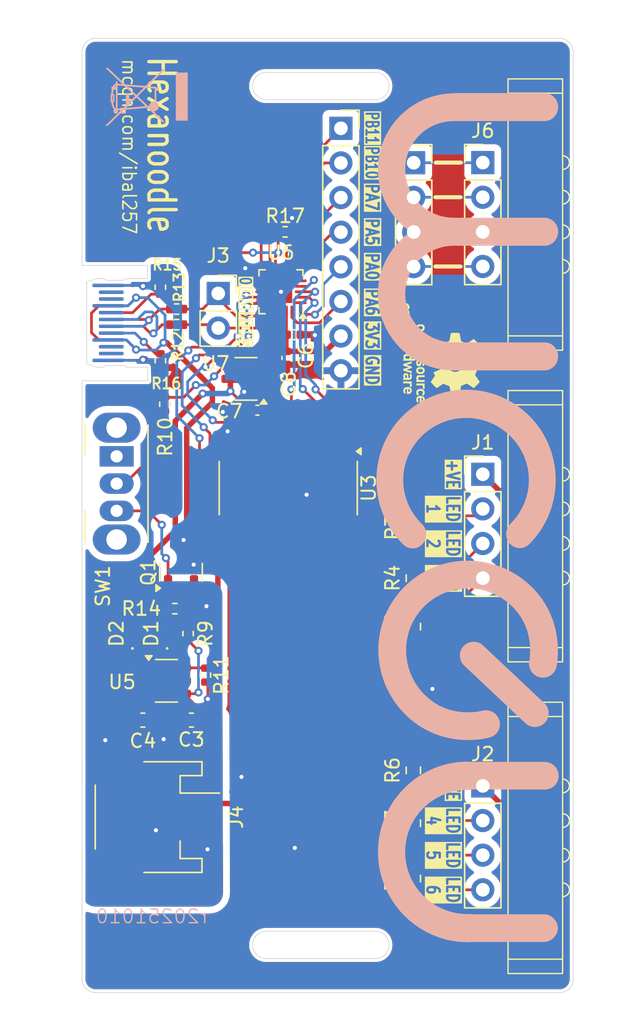
<source format=kicad_pcb>
(kicad_pcb (version 20240108) (generator "pcbnew") (generator_version "8.0")
  (layers (0 "F.Cu" signal) (31 "B.Cu" signal) (34 "B.Paste" user) (35 "F.Paste" user) (36 "B.SilkS" user "B.Silkscreen") (37 "F.SilkS" user "F.Silkscreen") (38 "B.Mask" user) (39 "F.Mask" user) (44 "Edge.Cuts" user))
  (net 0 "")
  (net 1 "Net-(J1-Pin_4)")
  (net 2 "+BATT")
  (net 3 "Net-(J1-Pin_3)")
  (net 4 "Net-(J2-Pin_3)")
  (net 5 "Net-(J1-Pin_2)")
  (net 6 "Net-(J2-Pin_4)")
  (net 7 "Net-(J2-Pin_2)")
  (net 8 "Net-(U3-O1)")
  (net 9 "Net-(U3-O2)")
  (net 10 "Net-(U3-O3)")
  (net 11 "Net-(U3-O4)")
  (net 12 "Net-(U3-O5)")
  (net 13 "Net-(U3-O6)")
  (net 14 "VBUS")
  (net 15 "GND")
  (net 16 "Net-(J6-Pin_3)")
  (net 20 "+3V3")
  (net 21 "Net-(D1-K)")
  (net 22 "Net-(D2-K)")
  (net 23 "PA10")
  (net 24 "PA9")
  (net 26 "Net-(J5-D--PadA7)")
  (net 27 "Net-(J5-CC1)")
  (net 28 "Net-(J5-D+-PadA6)")
  (net 29 "Net-(J5-CC2)")
  (net 31 "Net-(D1-A)")
  (net 32 "Net-(U5-PROG)")
  (net 33 "SWCLK")
  (net 34 "SWDIO")
  (net 35 "PB15")
  (net 36 "PA0")
  (net 37 "PA8")
  (net 38 "PB11")
  (net 39 "PA3")
  (net 40 "PA1")
  (net 41 "PB14")
  (net 42 "PA5")
  (net 43 "PB10")
  (net 44 "PA2")
  (net 45 "PB1")
  (net 46 "PA4")
  (net 47 "PB0")
  (net 48 "PA7")
  (net 49 "PA6")
  (net 50 "Net-(J6-Pin_1)")
  (net 51 "Net-(J6-Pin_2)")
  (net 52 "Net-(J6-Pin_4)")
  (net 53 "-BATT")
  (net 54 "Net-(Q1-G)")
  (net 55 "Net-(SW1-B)")
  (footprint "Capacitor_SMD:C_0402_1005Metric" (layer "F.Cu") (at 167.513 53.4416 -90)
    (property "Reference" "C8")
    (property "Value" "1uF")
  )
  (footprint "LED_SMD:LED_0402_1005Metric" (layer "F.Cu") (at 158.737 73.66 90)
    (property "Reference" "D1")
    (property "Value" "LED")
  )
  (footprint "Capacitor_SMD:C_0402_1005Metric" (layer "F.Cu") (at 165.354 57.277)
    (property "Reference" "C7")
    (property "Value" "1uF")
  )
  (footprint "Resistor_SMD:R_0402_1005Metric" (layer "F.Cu") (at 167.386 44.196)
    (property "Reference" "R17")
    (property "Value" "1M")
  )
  (footprint "Capacitor_SMD:C_0402_1005Metric" (layer "F.Cu") (at 168.0184 51.7398)
    (property "Reference" "C6")
    (property "Value" "0.1uF")
  )
  (footprint "Button_Switch_THT:SW_Slide_SPDT_Angled_CK_OS102011MA1Q" (layer "F.Cu") (at 155.035 60.6618 -90)
    (property "Reference" "SW1")
    (property "Value" "On/Off")
  )
  (footprint "Connector_JST:JST_PH_S2B-PH-SM4-TB_1x02-1MP_P2.00mm_Horizontal" (layer "F.Cu") (at 157.98 87.122 -90)
    (property "Reference" "J4")
    (property "Value" "Conn_01x02_Socket")
  )
  (footprint "Connector_PinSocket_2.54mm:PinSocket_1x02_P2.54mm_Vertical" (layer "F.Cu") (at 162.4834 48.7118)
    (property "Reference" "J3")
    (property "Value" "Conn_01x02")
  )
  (footprint "Resistor_SMD:R_0402_1005Metric" (layer "F.Cu") (at 160.274 73.66 90)
    (property "Reference" "R9")
    (property "Value" "560R")
  )
  (footprint "Symbol:OSHW-Logo_5.7x6mm_SilkScreen" (layer "F.Cu") (at 179.07 53.848 -90)
    (property "Reference" "REF**" (hide yes))
    (property "Value" "OSHW-Logo_5.7x6mm_SilkScreen" (hide yes))
  )
  (footprint "Package_TO_SOT_SMD:SOT-23-3" (layer "F.Cu") (at 164.5158 54.9797 180)
    (property "Reference" "U7")
    (property "Value" "DS8242-33S3")
  )
  (footprint "Package_TO_SOT_SMD:SOT-23" (layer "F.Cu") (at 159.7558 69.1665 90)
    (property "Reference" "Q1")
    (property "Value" "JSM2302")
  )
  (footprint "Capacitor_SMD:C_0603_1608Metric" (layer "F.Cu") (at 160.515 80.01 180)
    (property "Reference" "C3")
    (property "Value" "10uF")
  )
  (footprint "Package_DFN_QFN:QFN-20-1EP_3x3mm_P0.4mm_EP1.65x1.65mm" (layer "F.Cu") (at 167.0812 48.5902 180)
    (property "Reference" "U6")
    (property "Value" "CH32V203F8U6")
  )
  (footprint "Package_TO_SOT_SMD:TSOT-23-6" (layer "F.Cu") (at 158.6865 77.126)
    (property "Reference" "U5")
    (property "Value" "TP4057")
  )
  (footprint "Capacitor_SMD:C_0603_1608Metric" (layer "F.Cu") (at 156.959 80.01)
    (property "Reference" "C4")
    (property "Value" "10uF")
  )
  (footprint "MagneticPogoPinConnector:MagneticPogoPinConnector_1x04_P2.54mm_Horizontal" (layer "F.Cu") (at 181.875 84.836)
    (property "Reference" "J2")
    (property "Value" "Conn_01x04")
  )
  (footprint "Resistor_SMD:R_0603_1608Metric" (layer "F.Cu") (at 176.784 83.694 -90)
    (property "Reference" "R6")
    (property "Value" "33R")
  )
  (footprint "Resistor_SMD:R_0603_1608Metric" (layer "F.Cu") (at 176.784 91.631 -90)
    (property "Reference" "R8")
    (property "Value" "33R")
  )
  (footprint "Resistor_SMD:R_0603_1608Metric" (layer "F.Cu") (at 176.784 87.567 -90)
    (property "Reference" "R7")
    (property "Value" "33R")
  )
  (footprint "Resistor_SMD:R_0603_1608Metric" (layer "F.Cu") (at 176.784 65.849 90)
    (property "Reference" "R3")
    (property "Value" "33R")
  )
  (footprint "Resistor_SMD:R_0603_1608Metric" (layer "F.Cu") (at 176.784 69.596 90)
    (property "Reference" "R4")
    (property "Value" "33R")
  )
  (footprint "Resistor_SMD:R_0402_1005Metric" (layer "F.Cu") (at 158.5722 56.8432 -90)
    (property "Reference" "R10")
    (property "Value" "10K")
  )
  (footprint "MagneticPogoPinConnector:MagneticPogoPinConnector_1x04_P2.54mm_Horizontal" (layer "F.Cu") (at 181.875 61.976)
    (property "Reference" "J1")
    (property "Value" "Conn_01x04")
  )
  (footprint "Resistor_SMD:R_0603_1608Metric" (layer "F.Cu") (at 176.784 73.152 90)
    (property "Reference" "R5")
    (property "Value" "33R")
  )
  (footprint "Package_SO:SOIC-16_3.9x9.9mm_P1.27mm" (layer "F.Cu") (at 167.6146 62.992 -90)
    (property "Reference" "U3")
    (property "Value" "ULN2001")
  )
  (footprint "Connector_PinSocket_2.54mm:PinSocket_1x04_P2.54mm_Vertical" (layer "F.Cu") (at 176.809 39.126)
    (property "Reference" "J7")
    (property "Value" "Conn_01x04")
  )
  (footprint "LED_SMD:LED_0402_1005Metric" (layer "F.Cu") (at 156.197 73.66 90)
    (property "Reference" "D2")
    (property "Value" "LED")
  )
  (footprint "MagneticPogoPinConnector:MagneticPogoPinConnector_1x04_P2.54mm_Horizontal" (layer "F.Cu") (at 181.875 39.116)
    (property "Reference" "J6")
    (property "Value" "Conn_01x04")
  )
  (footprint "Resistor_SMD:R_0402_1005Metric" (layer "F.Cu") (at 158.24 48.258 90)
    (property "Reference" "R15")
    (property "Value" "5K1")
  )
  (footprint "Connector_PinSocket_2.54mm:PinSocket_1x08_P2.54mm_Vertical" (layer "F.Cu") (at 171.475 36.6014)
    (property "Reference" "J8")
    (property "Value" "Conn_01x08")
  )
  (footprint "Resistor_SMD:R_0402_1005Metric" (layer "F.Cu") (at 159.4358 51.0032)
    (property "Reference" "R12")
    (property "Value" "22R")
  )
  (footprint "Resistor_SMD:R_0402_1005Metric" (layer "F.Cu") (at 158.24 53.6448 -90)
    (property "Reference" "R16")
    (property "Value" "5K1")
  )
  (footprint "USB-C-Paddle:USB_C_PADDLE" (layer "F.Cu") (at 155.292 50.872 90)
    (property "Reference" "J5" (hide yes))
    (property "Value" "USB_C_Receptacle_USB2.0_16P")
    (fp_line (start 3 -2.45) (end -3 -2.45) (stroke (width 0.05)) (layer "Edge.Cuts"))
    (fp_line (start 3 -2.45) (end 3.25 -1.75) (stroke (width 0.05)) (layer "Edge.Cuts"))
    (fp_line (start -3 -2.45) (end -3.25 -1.75) (stroke (width 0.05)) (layer "Edge.Cuts"))
    (fp_line (start 3.25 -1.75) (end 3.25 -1.25) (stroke (width 0.05)) (layer "Edge.Cuts"))
    (fp_line (start -3.25 -1.75) (end -3.25 -1.25) (stroke (width 0.05)) (layer "Edge.Cuts"))
    (fp_line (start 3.25 -1.25) (end 3.125 -1) (stroke (width 0.05)) (layer "Edge.Cuts"))
    (fp_line (start -3.25 -1.25) (end -3.125 -1) (stroke (width 0.05)) (layer "Edge.Cuts"))
    (fp_line (start 3.125 -1) (end 3.125 0.25) (stroke (width 0.05)) (layer "Edge.Cuts"))
    (fp_line (start -3.125 -1) (end -3.125 0.25) (stroke (width 0.05)) (layer "Edge.Cuts"))
    (fp_line (start 3.25 0.5) (end 3.125 0.25) (stroke (width 0.05)) (layer "Edge.Cuts"))
    (fp_line (start -3.25 0.5) (end -3.125 0.25) (stroke (width 0.05)) (layer "Edge.Cuts"))
    (fp_line (start -3.25 0.5) (end -3.25 2) (stroke (width 0.05)) (layer "Edge.Cuts"))
    (fp_line (start 3.25 2) (end 3.25 0.5) (stroke (width 0.05)) (layer "Edge.Cuts"))
  )
  (footprint "Resistor_SMD:R_0402_1005Metric" (layer "F.Cu") (at 161.544 76.708 -90)
    (property "Reference" "R11")
    (property "Value" "2K")
  )
  (footprint "Resistor_SMD:R_0402_1005Metric" (layer "F.Cu") (at 159.4358 49.8602 180)
    (property "Reference" "R13")
    (property "Value" "22R")
  )
  (footprint "Resistor_SMD:R_0402_1005Metric" (layer "F.Cu") (at 159.3068 71.8312)
    (property "Reference" "R14")
    (property "Value" "100K")
  )
  (footprint "Symbol:WEEE-Logo_4.2x6mm_SilkScreen" (layer "B.Cu") (at 157.226 34.29 -90)
    (property "Reference" "REF**" (hide yes))
    (property "Value" "WEEE-Logo_4.2x6mm_SilkScreen" (hide yes))
  )
  (gr_poly (pts (xy 174.222337 75.090946) (xy 174.241128 75.408106) (xy 174.275035 75.724307) (xy 174.324036 76.038962) (xy 174.388111 76.351483) (xy 174.467239 76.661282) (xy 174.561399 76.967772) (xy 174.670571 77.270365) (xy 174.794733 77.568474) (xy 174.933866 77.861511) (xy 175.087948 78.148889) (xy 175.25696 78.430019) (xy 175.440879 78.704315) (xy 175.639686 78.971189) (xy 175.85336 79.230054) (xy 176.081879 79.480321) (xy 176.325224 79.721403) (xy 176.578982 79.948922) (xy 176.836545 80.156913) (xy 177.097053 80.346161) (xy 177.359646 80.51745) (xy 177.623461 80.671566) (xy 177.887639 80.809293) (xy 178.151318 80.931416) (xy 178.413638 81.03872) (xy 178.673737 81.131989) (xy 178.930755 81.212008) (xy 179.183831 81.279562) (xy 179.432104 81.335435) (xy 179.674713 81.380413) (xy 179.910797 81.415279) (xy 180.139495 81.44082) (xy 180.359947 81.457819) (xy 180.573287 81.467788) (xy 180.777819 81.471435) (xy 180.972984 81.469509) (xy 181.15822 81.462761) (xy 181.332967 81.451944) (xy 181.496662 81.437806) (xy 181.788655 81.402577) (xy 182.029711 81.363082) (xy 182.215343 81.325328) (xy 182.402375 81.279075) (xy 182.45222 81.263306) (xy 182.500657 81.245222) (xy 182.547644 81.224902) (xy 182.593137 81.202425) (xy 182.637093 81.177871) (xy 182.67947 81.151319) (xy 182.720224 81.122848) (xy 182.759312 81.092537) (xy 182.796692 81.060466) (xy 182.83232 81.026713) (xy 182.866153 80.991358) (xy 182.898149 80.95448) (xy 182.928264 80.916159) (xy 182.956455 80.876473) (xy 182.98268 80.835502) (xy 183.006895 80.793325) (xy 183.029058 80.750022) (xy 183.049125 80.705671) (xy 183.067054 80.660351) (xy 183.0828 80.614142) (xy 183.096323 80.567124) (xy 183.107577 80.519375) (xy 183.116522 80.470975) (xy 183.123112 80.422002) (xy 183.127306 80.372536) (xy 183.12906 80.322657) (xy 183.128332 80.272443) (xy 183.125078 80.221974) (xy 183.119256 80.171329) (xy 183.110822 80.120587) (xy 183.099734 80.069827) (xy 183.085948 80.019129) (xy 183.069711 79.96931) (xy 183.051189 79.920863) (xy 183.030462 79.873832) (xy 183.007608 79.82826) (xy 182.982705 79.784191) (xy 182.955833 79.741668) (xy 182.92707 79.700733) (xy 182.896495 79.661431) (xy 182.864186 79.623805) (xy 182.830223 79.587898) (xy 182.794685 79.553753) (xy 182.757649 79.521414) (xy 182.719195 79.490923) (xy 182.679401 79.462325) (xy 182.638347 79.435663) (xy 182.59611 79.410979) (xy 182.55277 79.388318) (xy 182.508406 79.367722) (xy 182.463096 79.349235) (xy 182.416919 79.3329) (xy 182.369953 79.318761) (xy 182.322278 79.30686) (xy 182.273972 79.297241) (xy 182.225115 79.289948) (xy 182.175783 79.285023) (xy 182.126058 79.28251) (xy 182.076016 79.282453) (xy 182.025737 79.284894) (xy 181.9753 79.289877) (xy 181.924784 79.297445) (xy 181.874267 79.307641) (xy 181.823827 79.32051) (xy 181.823824 79.320409) (xy 181.823821 79.320308) (xy 181.823796 79.320323) (xy 181.823763 79.320341) (xy 181.823715 79.320365) (xy 181.82365 79.320396) (xy 181.823568 79.320433) (xy 181.823467 79.320476) (xy 181.823346 79.320525) (xy 181.823204 79.320579) (xy 181.823039 79.320638) (xy 181.82285 79.320702) (xy 181.822637 79.32077) (xy 181.822398 79.320843) (xy 181.822131 79.32092) (xy 181.821988 79.32096) (xy 181.821837 79.321) (xy 181.821678 79.321042) (xy 181.821512 79.321084) (xy 181.821255 79.321187) (xy 181.820972 79.321288) (xy 181.820333 79.321489) (xy 181.819598 79.321692) (xy 181.818773 79.321903) (xy 181.816873 79.322366) (xy 181.815807 79.322627) (xy 181.814671 79.322914) (xy 181.804524 79.325508) (xy 181.790786 79.328799) (xy 181.773606 79.332726) (xy 181.753134 79.337227) (xy 181.702398 79.34828) (xy 181.672254 79.354328) (xy 181.639045 79.360633) (xy 181.602862 79.367126) (xy 181.563792 79.37374) (xy 181.521927 79.380406) (xy 181.477356 79.387057) (xy 181.380523 79.399932) (xy 181.273908 79.411687) (xy 181.158192 79.421735) (xy 181.034059 79.429487) (xy 180.902191 79.434357) (xy 180.76327 79.435758) (xy 180.617979 79.433101) (xy 180.467 79.4258) (xy 180.309958 79.412807) (xy 180.149135 79.394504) (xy 179.984911 79.370294) (xy 179.817669 79.339583) (xy 179.647789 79.301774) (xy 179.475654 79.256271) (xy 179.301643 79.202479) (xy 179.12614 79.139803) (xy 178.949524 79.067646) (xy 178.772178 78.985413) (xy 178.594483 78.892508) (xy 178.416819 78.788336) (xy 178.239569 78.6723) (xy 178.063114 78.543806) (xy 177.887835 78.402258) (xy 177.714114 78.247059) (xy 177.545415 78.079942) (xy 177.387069 77.90661) (xy 177.239076 77.727448) (xy 177.101439 77.542836) (xy 176.974161 77.353157) (xy 176.857243 77.158794) (xy 176.750689 76.96013) (xy 176.654501 76.757546) (xy 176.568681 76.551425) (xy 176.493231 76.342149) (xy 176.428154 76.130102) (xy 176.373452 75.915665) (xy 176.329128 75.699221) (xy 176.295184 75.481152) (xy 176.271623 75.261841) (xy 176.258446 75.04167) (xy 176.256096 74.821175) (xy 176.26416 74.601031) (xy 176.282666 74.381619) (xy 176.311638 74.163322) (xy 176.351104 73.946523) (xy 176.401089 73.731604) (xy 176.46162 73.518949) (xy 176.532722 73.308939) (xy 176.614422 73.101958) (xy 176.706746 72.898388) (xy 176.80972 72.698611) (xy 176.92337 72.503011) (xy 177.047722 72.31197) (xy 177.182803 72.125871) (xy 177.328639 71.945096) (xy 177.485256 71.770027) (xy 177.650647 71.603227) (xy 177.822378 71.446849) (xy 178.000064 71.30089) (xy 178.183322 71.165347) (xy 178.371769 71.040217) (xy 178.565022 70.925496) (xy 178.762698 70.821181) (xy 178.964411 70.727268) (xy 179.169781 70.643755) (xy 179.378422 70.570636) (xy 179.589952 70.50791) (xy 179.803988 70.455573) (xy 180.020145 70.413621) (xy 180.238041 70.382052) (xy 180.457292 70.36086) (xy 180.677515 70.350044) (xy 180.898113 70.35) (xy 181.11847 70.360378) (xy 181.338204 70.381198) (xy 181.556933 70.41248) (xy 181.774275 70.454245) (xy 181.989849 70.506513) (xy 182.203274 70.569304) (xy 182.414167 70.642637) (xy 182.622147 70.726535) (xy 182.826833 70.821016) (xy 183.027842 70.9261) (xy 183.224794 71.041809) (xy 183.417305 71.168161) (xy 183.604996 71.305179) (xy 183.787484 71.45288) (xy 183.964387 71.611286) (xy 184.124801 71.770356) (xy 184.272469 71.931613) (xy 184.407917 72.094687) (xy 184.53167 72.259208) (xy 184.644252 72.424806) (xy 184.746188 72.591109) (xy 184.838002 72.757748) (xy 184.92022 72.924353) (xy 184.993367 73.090552) (xy 185.057966 73.255977) (xy 185.114543 73.420256) (xy 185.163623 73.583019) (xy 185.20573 73.743896) (xy 185.241389 73.902517) (xy 185.271125 74.058511) (xy 185.295463 74.211508) (xy 185.313408 74.353339) (xy 185.326697 74.490869) (xy 185.335793 74.623526) (xy 185.341157 74.750741) (xy 185.343251 74.871943) (xy 185.342538 74.986561) (xy 185.334534 75.193763) (xy 185.32084 75.367782) (xy 185.305152 75.504053) (xy 185.282573 75.645091) (xy 185.282555 75.645224) (xy 185.28253 75.645354) (xy 185.2825 75.645482) (xy 185.282465 75.645608) (xy 185.282426 75.645732) (xy 185.282385 75.645854) (xy 185.282298 75.646089) (xy 185.282211 75.646315) (xy 185.28213 75.646531) (xy 185.282095 75.646636) (xy 185.282064 75.646738) (xy 185.282038 75.646837) (xy 185.282019 75.646933) (xy 185.2819 75.64749) (xy 185.281847 75.647732) (xy 185.281796 75.647953) (xy 185.281745 75.648155) (xy 185.28169 75.64834) (xy 185.281631 75.648511) (xy 185.281598 75.648592) (xy 185.281564 75.64867) (xy 185.281564 75.648727) (xy 185.281563 75.648782) (xy 185.281559 75.648836) (xy 185.281553 75.648889) (xy 185.281536 75.648991) (xy 185.281513 75.649088) (xy 185.281485 75.649178) (xy 185.281454 75.649263) (xy 185.281419 75.649341) (xy 185.281384 75.649413) (xy 185.281348 75.649477) (xy 185.281313 75.649534) (xy 185.281251 75.649623) (xy 185.281189 75.649698) (xy 185.271414 75.700797) (xy 185.264305 75.751816) (xy 185.259817 75.802678) (xy 185.257901 75.853308) (xy 185.258509 75.90363) (xy 185.261593 75.953568) (xy 185.267106 76.003045) (xy 185.275 76.051986) (xy 185.285226 76.100315) (xy 185.297738 76.147955) (xy 185.312487 76.19483) (xy 185.329425 76.240865) (xy 185.348505 76.285983) (xy 185.369678 76.330108) (xy 185.392898 76.373165) (xy 185.418115 76.415076) (xy 185.445283 76.455767) (xy 185.474353 76.49516) (xy 185.505278 76.533181) (xy 185.53801 76.569752) (xy 185.572501 76.604798) (xy 185.608703 76.638243) (xy 185.646568 76.67001) (xy 185.686049 76.700024) (xy 185.727097 76.728209) (xy 185.769665 76.754488) (xy 185.813705 76.778786) (xy 185.859169 76.801026) (xy 185.90601 76.821132) (xy 185.954179 76.839028) (xy 186.003629 76.854639) (xy 186.054312 76.867888) (xy 186.105761 76.8786) (xy 186.157109 76.886617) (xy 186.208279 76.891987) (xy 186.259195 76.894758) (xy 186.30978 76.894977) (xy 186.359957 76.892692) (xy 186.409651 76.887951) (xy 186.458784 76.8808) (xy 186.507281 76.871288) (xy 186.555065 76.859462) (xy 186.602059 76.845369) (xy 186.648188 76.829058) (xy 186.693373 76.810576) (xy 186.73754 76.789971) (xy 186.780611 76.76729) (xy 186.822511 76.74258) (xy 186.863162 76.71589) (xy 186.902489 76.687267) (xy 186.940414 76.656758) (xy 186.976861 76.624411) (xy 187.011755 76.590275) (xy 187.045018 76.554395) (xy 187.076573 76.51682) (xy 187.106346 76.477598) (xy 187.134258 76.436776) (xy 187.160234 76.394402) (xy 187.184197 76.350523) (xy 187.206071 76.305187) (xy 187.225779 76.258441) (xy 187.243244 76.210334) (xy 187.258391 76.160912) (xy 187.271143 76.110224) (xy 187.283796 76.04801) (xy 187.306305 75.920695) (xy 187.332944 75.733115) (xy 187.346023 75.618238) (xy 187.357987 75.490108) (xy 187.36812 75.349331) (xy 187.375707 75.196512) (xy 187.380032 75.032254) (xy 187.380379 74.857162) (xy 187.376031 74.671842) (xy 187.366275 74.476898) (xy 187.350393 74.272934) (xy 187.327669 74.060556) (xy 187.297554 73.841446) (xy 187.258412 73.614632) (xy 187.209511 73.381018) (xy 187.150122 73.14151) (xy 187.079513 72.89701) (xy 186.996953 72.648424) (xy 186.901711 72.396655) (xy 186.793058 72.142609) (xy 186.67026 71.887188) (xy 186.532589 71.631298) (xy 186.379312 71.375843) (xy 186.2097 71.121727) (xy 186.02302 70.869855) (xy 185.818543 70.62113) (xy 185.595537 70.376457) (xy 185.353271 70.136741) (xy 185.098081 69.908215) (xy 184.834608 69.695039) (xy 184.563439 69.4972) (xy 184.285163 69.314681) (xy 184.000366 69.147468) (xy 183.709639 68.995548) (xy 183.413566 68.858905) (xy 183.112738 68.737525) (xy 182.807741 68.631394) (xy 182.499163 68.540496) (xy 182.187592 68.464817) (xy 181.873616 68.404343) (xy 181.557823 68.359059) (xy 181.2408 68.32895) (xy 180.923135 68.314002) (xy 180.605416 68.314201) (xy 180.288231 68.329532) (xy 179.972168 68.35998) (xy 179.657814 68.40553) (xy 179.345757 68.466169) (xy 179.036586 68.541881) (xy 178.730887 68.632653) (xy 178.429248 68.738469) (xy 178.132258 68.859314) (xy 177.840504 68.995175) (xy 177.554574 69.146037) (xy 177.275056 69.311886) (xy 177.002538 69.492706) (xy 176.737606 69.688483) (xy 176.48085 69.899202) (xy 176.232857 70.12485) (xy 175.994215 70.365411) (xy 175.76835 70.618006) (xy 175.557931 70.879044) (xy 175.362938 71.147936) (xy 175.18335 71.424095) (xy 175.019146 71.706933) (xy 174.870305 71.995863) (xy 174.736808 72.290297) (xy 174.618632 72.589648) (xy 174.515757 72.893328) (xy 174.428164 73.200749) (xy 174.35583 73.511324) (xy 174.298736 73.824466) (xy 174.25686 74.139587) (xy 174.230182 74.456099) (xy 174.218681 74.773414)) (stroke (width -0.000001)) (fill solid) (layer "B.SilkS"))
  (gr_poly (pts (xy 180.194035 75.305079) (xy 180.196926 75.353876) (xy 180.202143 75.402525) (xy 180.209682 75.450933) (xy 180.219539 75.499012) (xy 180.231712 75.54667) (xy 180.246197 75.593817) (xy 180.26299 75.640363) (xy 180.282088 75.686215) (xy 180.303489 75.731286) (xy 180.327187 75.775482) (xy 180.353181 75.818715) (xy 180.381466 75.860893) (xy 180.41204 75.901926) (xy 180.444898 75.941724) (xy 180.480038 75.980195) (xy 180.517457 76.017249) (xy 182.7538 78.123675) (xy 184.989934 80.229907) (xy 185.029188 80.26507) (xy 185.069717 80.297871) (xy 185.111431 80.328314) (xy 185.15424 80.3564) (xy 185.198054 80.382131) (xy 185.24278 80.40551) (xy 185.28833 80.426539) (xy 185.334613 80.445219) (xy 185.381538 80.461554) (xy 185.429014 80.475544) (xy 185.476952 80.487193) (xy 185.52526 80.496502) (xy 185.573848 80.503473) (xy 185.622626 80.508109) (xy 185.671503 80.510412) (xy 185.720389 80.510384) (xy 185.769193 80.508026) (xy 185.817824 80.503342) (xy 185.866193 80.496333) (xy 185.914208 80.487001) (xy 185.96178 80.475349) (xy 186.008817 80.461379) (xy 186.055229 80.445092) (xy 186.100926 80.426491) (xy 186.145817 80.405579) (xy 186.189812 80.382356) (xy 186.23282 80.356826) (xy 186.274751 80.32899) (xy 186.315513 80.298851) (xy 186.355018 80.26641) (xy 186.393173 80.231671) (xy 186.429889 80.194634) (xy 186.464629 80.155808) (xy 186.496992 80.11568) (xy 186.526981 80.07434) (xy 186.5546 80.03188) (xy 186.579852 79.98839) (xy 186.602741 79.94396) (xy 186.623268 79.89868) (xy 186.641438 79.852642) (xy 186.657254 79.805937) (xy 186.670719 79.758653) (xy 186.681835 79.710883) (xy 186.690608 79.662716) (xy 186.697038 79.614243) (xy 186.701131 79.565555) (xy 186.702889 79.516742) (xy 186.702314 79.467895) (xy 186.699412 79.419104) (xy 186.694183 79.37046) (xy 186.686633 79.322054) (xy 186.676764 79.273975) (xy 186.664579 79.226315) (xy 186.650081 79.179164) (xy 186.633274 79.132612) (xy 186.614161 79.086751) (xy 186.592745 79.04167) (xy 186.56903 78.99746) (xy 186.543018 78.954212) (xy 186.514712 78.912016) (xy 186.484117 78.870963) (xy 186.451235 78.831144) (xy 186.416069 78.792648) (xy 186.378622 78.755567) (xy 184.142487 76.649339) (xy 181.906144 74.542913) (xy 181.906242 74.542807) (xy 181.906291 74.542755) (xy 181.90634 74.542703) (xy 181.867114 74.507568) (xy 181.826609 74.474792) (xy 181.784916 74.444374) (xy 181.742125 74.416311) (xy 181.698328 74.390602) (xy 181.653614 74.367244) (xy 181.608075 74.346234) (xy 181.561802 74.327571) (xy 181.514884 74.311253) (xy 181.467414 74.297277) (xy 181.419481 74.285641) (xy 181.371177 74.276343) (xy 181.322592 74.269381) (xy 181.273816 74.264752) (xy 181.224942 74.262454) (xy 181.176058 74.262486) (xy 181.127257 74.264845) (xy 181.078628 74.269528) (xy 181.030264 74.276534) (xy 180.982253 74.28586) (xy 180.934687 74.297504) (xy 180.887658 74.311464) (xy 180.841255 74.327738) (xy 180.795569 74.346323) (xy 180.750691 74.367218) (xy 180.706712 74.39042) (xy 180.663722 74.415927) (xy 180.621813 74.443737) (xy 180.581074 74.473847) (xy 180.541597 74.506256) (xy 180.503473 74.540961) (xy 180.466792 74.57796) (xy 180.432017 74.616824) (xy 180.399621 74.656989) (xy 180.369601 74.698363) (xy 180.341955 74.740856) (xy 180.316677 74.784377) (xy 180.293765 74.828836) (xy 180.273216 74.874142) (xy 180.255027 74.920205) (xy 180.239193 74.966934) (xy 180.225711 75.014238) (xy 180.214579 75.062027) (xy 180.205792 75.110211) (xy 180.199348 75.158699) (xy 180.195243 75.2074) (xy 180.193473 75.256223)) (stroke (width -0.000001)) (fill solid) (layer "B.SilkS"))
  (gr_poly (pts (xy 174.190415 39.875889) (xy 174.201428 40.053329) (xy 174.217956 40.229262) (xy 174.239912 40.403601) (xy 174.267209 40.576262) (xy 174.337474 40.916201) (xy 174.428052 41.248392) (xy 174.538243 41.572146) (xy 174.667347 41.886775) (xy 174.814663 42.191592) (xy 174.979493 42.485909) (xy 175.161137 42.769037) (xy 175.358894 43.040289) (xy 175.572064 43.298978) (xy 175.799948 43.544414) (xy 176.041847 43.775911) (xy 176.297059 43.99278) (xy 176.564886 44.194334) (xy 176.30745 44.387948) (xy 176.061394 44.595582) (xy 175.827386 44.816673) (xy 175.606093 45.050661) (xy 175.398183 45.296984) (xy 175.204323 45.555082) (xy 175.02518 45.824394) (xy 174.861421 46.104359) (xy 174.713715 46.394416) (xy 174.582729 46.694004) (xy 174.469129 47.002562) (xy 174.373583 47.319528) (xy 174.296758 47.644343) (xy 174.239322 47.976445) (xy 174.201943 48.315273) (xy 174.185287 48.660266) (xy 174.187581 48.948647) (xy 174.204351 49.233493) (xy 174.235239 49.514447) (xy 174.279886 49.791151) (xy 174.337935 50.063246) (xy 174.409027 50.330373) (xy 174.492805 50.592176) (xy 174.58891 50.848295) (xy 174.696985 51.098373) (xy 174.816672 51.34205) (xy 174.947611 51.57897) (xy 175.089447 51.808774) (xy 175.241819 52.031103) (xy 175.404372 52.2456) (xy 175.576745 52.451906) (xy 175.758582 52.649662) (xy 175.949524 52.838512) (xy 176.149214 53.018096) (xy 176.357293 53.188057) (xy 176.573403 53.348035) (xy 176.797187 53.497674) (xy 177.028286 53.636615) (xy 177.266342 53.764499) (xy 177.510997 53.880968) (xy 177.761894 53.985665) (xy 178.018674 54.07823) (xy 178.280979 54.158307) (xy 178.548451 54.225536) (xy 178.820733 54.279559) (xy 179.097466 54.320018) (xy 179.378292 54.346556) (xy 179.662853 54.358813) (xy 179.700941 54.359237) (xy 179.739171 54.359298) (xy 179.815497 54.358813) (xy 179.825583 54.3588) (xy 179.835703 54.358874) (xy 179.845823 54.358917) (xy 179.855909 54.358813) (xy 186.366119 54.358817) (xy 186.400281 54.359198) (xy 186.434283 54.358397) (xy 186.468099 54.356428) (xy 186.501705 54.353305) (xy 186.535078 54.349042) (xy 186.568192 54.343652) (xy 186.601024 54.33715) (xy 186.633549 54.329548) (xy 186.665742 54.320861) (xy 186.69758 54.311103) (xy 186.729037 54.300287) (xy 186.76009 54.288427) (xy 186.790715 54.275537) (xy 186.820886 54.261631) (xy 186.85058 54.246723) (xy 186.879772 54.230826) (xy 186.908438 54.213954) (xy 186.936553 54.196122) (xy 186.964094 54.177341) (xy 186.991035 54.157628) (xy 187.017353 54.136995) (xy 187.043023 54.115456) (xy 187.06802 54.093025) (xy 187.092322 54.069715) (xy 187.115902 54.045541) (xy 187.138736 54.020517) (xy 187.160802 53.994655) (xy 187.182073 53.967971) (xy 187.202526 53.940477) (xy 187.222136 53.912188) (xy 187.240879 53.883117) (xy 187.258731 53.853278) (xy 187.291352 53.791967) (xy 187.319624 53.729061) (xy 187.343546 53.664786) (xy 187.363119 53.599371) (xy 187.378342 53.533044) (xy 187.389216 53.466033) (xy 187.39574 53.398565) (xy 187.397915 53.33087) (xy 187.39574 53.263174) (xy 187.389216 53.195707) (xy 187.378342 53.128695) (xy 187.363119 53.062367) (xy 187.343546 52.996952) (xy 187.319624 52.932676) (xy 187.291352 52.869769) (xy 187.258731 52.808457) (xy 187.222136 52.749547) (xy 187.182073 52.693764) (xy 187.138736 52.641219) (xy 187.092322 52.592021) (xy 187.043023 52.54628) (xy 186.991035 52.504109) (xy 186.936553 52.465615) (xy 186.879772 52.430911) (xy 186.820886 52.400106) (xy 186.76009 52.373311) (xy 186.69758 52.350635) (xy 186.633549 52.33219) (xy 186.568192 52.318085) (xy 186.501705 52.308431) (xy 186.434283 52.303339) (xy 186.366119 52.302918) (xy 179.923243 52.302918) (xy 179.910901 52.302373) (xy 179.898555 52.301984) (xy 179.886208 52.301751) (xy 179.87386 52.301673) (xy 179.861511 52.301751) (xy 179.849164 52.301984) (xy 179.836819 52.302373) (xy 179.824476 52.302918) (xy 179.804192 52.303119) (xy 179.784068 52.30313) (xy 179.74366 52.302918) (xy 179.721216 52.303002) (xy 179.710037 52.303031) (xy 179.698771 52.302918) (xy 179.513091 52.29506) (xy 179.330251 52.278167) (xy 179.150457 52.252465) (xy 178.973917 52.218181) (xy 178.800838 52.175544) (xy 178.631426 52.12478) (xy 178.46589 52.066117) (xy 178.304435 51.999782) (xy 178.147268 51.926002) (xy 177.994598 51.845004) (xy 177.84663 51.757017) (xy 177.703572 51.662266) (xy 177.56563 51.560979) (xy 177.433013 51.453385) (xy 177.305926 51.339709) (xy 177.184576 51.220179) (xy 177.069172 51.095023) (xy 176.959919 50.964468) (xy 176.857025 50.828741) (xy 176.760696 50.688069) (xy 176.671141 50.54268) (xy 176.588565 50.392801) (xy 176.513175 50.238659) (xy 176.44518 50.080481) (xy 176.384785 49.918496) (xy 176.332198 49.752929) (xy 176.287625 49.584009) (xy 176.251275 49.411962) (xy 176.223353 49.237017) (xy 176.204066 49.0594) (xy 176.193623 48.879338) (xy 176.192229 48.697059) (xy 176.199971 48.515217) (xy 176.216664 48.335897) (xy 176.242094 48.159318) (xy 176.276048 47.9857) (xy 176.318309 47.81526) (xy 176.368663 47.648219) (xy 176.426896 47.484795) (xy 176.492793 47.325208) (xy 176.566139 47.169675) (xy 176.64672 47.018417) (xy 176.734321 46.871652) (xy 176.828728 46.7296) (xy 176.929726 46.592478) (xy 177.0371 46.460507) (xy 177.150635 46.333905) (xy 177.270118 46.212891) (xy 177.395333 46.097685) (xy 177.526066 45.988505) (xy 177.662101 45.88557) (xy 177.803226 45.789099) (xy 177.949224 45.699312) (xy 178.099882 45.616426) (xy 178.254984 45.540663) (xy 178.414316 45.472239) (xy 178.577663 45.411375) (xy 178.744811 45.358288) (xy 178.915546 45.3132) (xy 179.089651 45.276327) (xy 179.266914 45.24789) (xy 179.447119 45.228107) (xy 179.630051 45.217197) (xy 179.815497 45.21538) (xy 179.855901 45.21538) (xy 179.864876 45.215503) (xy 179.873857 45.215544) (xy 179.882842 45.215503) (xy 179.891828 45.21538) (xy 186.366119 45.21538) (xy 186.400281 45.215761) (xy 186.434283 45.21496) (xy 186.468099 45.212991) (xy 186.501705 45.209868) (xy 186.535078 45.205605) (xy 186.568192 45.200215) (xy 186.601024 45.193713) (xy 186.633549 45.186111) (xy 186.665742 45.177425) (xy 186.69758 45.167667) (xy 186.729037 45.156851) (xy 186.76009 45.144992) (xy 186.790715 45.132102) (xy 186.820886 45.118197) (xy 186.85058 45.103289) (xy 186.879772 45.087392) (xy 186.908438 45.070521) (xy 186.936553 45.052688) (xy 186.964094 45.033908) (xy 186.991035 45.014195) (xy 187.017353 44.993562) (xy 187.043023 44.972023) (xy 187.06802 44.949592) (xy 187.092322 44.926283) (xy 187.115902 44.902109) (xy 187.138736 44.877085) (xy 187.160802 44.851223) (xy 187.182073 44.824539) (xy 187.202526 44.797045) (xy 187.222136 44.768755) (xy 187.240879 44.739684) (xy 187.258731 44.709844) (xy 187.291352 44.648534) (xy 187.319624 44.585627) (xy 187.343546 44.521351) (xy 187.363119 44.455936) (xy 187.378342 44.389609) (xy 187.389216 44.322597) (xy 187.39574 44.25513) (xy 187.397915 44.187434) (xy 187.39574 44.119739) (xy 187.389216 44.052271) (xy 187.378342 43.98526) (xy 187.363119 43.918932) (xy 187.343546 43.853516) (xy 187.319624 43.789241) (xy 187.291352 43.726333) (xy 187.258731 43.665022) (xy 187.222136 43.606112) (xy 187.182073 43.550329) (xy 187.138736 43.497783) (xy 187.092322 43.448585) (xy 187.043023 43.402845) (xy 186.991035 43.360673) (xy 186.936553 43.32218) (xy 186.879772 43.287476) (xy 186.820886 43.256672) (xy 186.76009 43.229877) (xy 186.69758 43.207202) (xy 186.633549 43.188757) (xy 186.568192 43.174653) (xy 186.501705 43.165) (xy 186.434283 43.159908) (xy 186.366119 43.159488) (xy 179.923243 43.159488) (xy 179.906409 43.159053) (xy 179.889576 43.158908) (xy 179.872743 43.159053) (xy 179.855909 43.159488) (xy 179.824476 43.159488) (xy 179.804192 43.159687) (xy 179.784068 43.159697) (xy 179.74366 43.159488) (xy 179.732394 43.159497) (xy 179.721216 43.159568) (xy 179.710037 43.159598) (xy 179.698771 43.159488) (xy 179.513091 43.151629) (xy 179.330251 43.134735) (xy 179.150457 43.109033) (xy 178.973917 43.074749) (xy 178.800838 43.032112) (xy 178.631426 42.981347) (xy 178.46589 42.922684) (xy 178.304435 42.856348) (xy 178.147268 42.782568) (xy 177.994598 42.70157) (xy 177.84663 42.613582) (xy 177.703572 42.518831) (xy 177.56563 42.417544) (xy 177.433013 42.309949) (xy 177.305926 42.196273) (xy 177.184576 42.076744) (xy 177.069172 41.951588) (xy 176.959919 41.821032) (xy 176.857025 41.685305) (xy 176.760696 41.544633) (xy 176.671141 41.399244) (xy 176.588565 41.249365) (xy 176.513175 41.095223) (xy 176.44518 40.937046) (xy 176.384785 40.77506) (xy 176.332198 40.609494) (xy 176.287625 40.440574) (xy 176.251275 40.268528) (xy 176.223353 40.093583) (xy 176.204066 39.915966) (xy 176.193623 39.735904) (xy 176.192229 39.553626) (xy 176.199971 39.371784) (xy 176.216664 39.192463) (xy 176.242094 39.015884) (xy 176.276048 38.842266) (xy 176.318309 38.671826) (xy 176.368663 38.504785) (xy 176.426896 38.341361) (xy 176.492793 38.181773) (xy 176.566139 38.026241) (xy 176.64672 37.874982) (xy 176.734321 37.728217) (xy 176.828728 37.586165) (xy 176.929726 37.449043) (xy 177.0371 37.317072) (xy 177.150635 37.19047) (xy 177.270118 37.069456) (xy 177.395333 36.954249) (xy 177.526066 36.845069) (xy 177.662101 36.742134) (xy 177.803226 36.645663) (xy 177.949224 36.555876) (xy 178.099882 36.472991) (xy 178.254984 36.397227) (xy 178.414316 36.328803) (xy 178.577663 36.267939) (xy 178.744811 36.214853) (xy 178.915546 36.169764) (xy 179.089651 36.132891) (xy 179.266914 36.104454) (xy 179.447119 36.084671) (xy 179.630051 36.073761) (xy 179.815497 36.071944) (xy 179.824476 36.071944) (xy 179.841311 36.072379) (xy 179.858149 36.072524) (xy 179.874988 36.072379) (xy 179.891828 36.071944) (xy 186.366119 36.071944) (xy 186.400281 36.072325) (xy 186.434283 36.071524) (xy 186.468099 36.069555) (xy 186.501705 36.066432) (xy 186.535078 36.062169) (xy 186.568192 36.056779) (xy 186.601024 36.050277) (xy 186.633549 36.042676) (xy 186.665742 36.033989) (xy 186.69758 36.024231) (xy 186.729037 36.013415) (xy 186.76009 36.001556) (xy 186.790715 35.988667) (xy 186.820886 35.974761) (xy 186.85058 35.959853) (xy 186.879772 35.943957) (xy 186.908438 35.927085) (xy 186.936553 35.909253) (xy 186.964094 35.890473) (xy 186.991035 35.870759) (xy 187.017353 35.850127) (xy 187.043023 35.828588) (xy 187.06802 35.806157) (xy 187.092322 35.782848) (xy 187.115902 35.758674) (xy 187.138736 35.733649) (xy 187.160802 35.707788) (xy 187.182073 35.681103) (xy 187.202526 35.653609) (xy 187.222136 35.62532) (xy 187.240879 35.596249) (xy 187.258731 35.566409) (xy 187.291352 35.505098) (xy 187.319624 35.442191) (xy 187.343546 35.377916) (xy 187.363119 35.312501) (xy 187.378342 35.246173) (xy 187.389216 35.179162) (xy 187.39574 35.111694) (xy 187.397915 35.043999) (xy 187.39574 34.976303) (xy 187.389216 34.908835) (xy 187.378342 34.841824) (xy 187.363119 34.775496) (xy 187.343546 34.710081) (xy 187.319624 34.645805) (xy 187.291352 34.582898) (xy 187.258731 34.521586) (xy 187.222136 34.462676) (xy 187.182073 34.406893) (xy 187.138736 34.354347) (xy 187.092322 34.305149) (xy 187.043023 34.259409) (xy 186.991035 34.217238) (xy 186.936553 34.178745) (xy 186.879772 34.144041) (xy 186.820886 34.113236) (xy 186.76009 34.086441) (xy 186.69758 34.063766) (xy 186.633549 34.045321) (xy 186.568192 34.031217) (xy 186.501705 34.021564) (xy 186.434283 34.016472) (xy 186.366119 34.016052) (xy 179.815497 34.016052) (xy 179.787218 34.016085) (xy 179.758967 34.016934) (xy 179.730762 34.018596) (xy 179.70262 34.02107) (xy 179.674557 34.024354) (xy 179.646591 34.028447) (xy 179.618738 34.033346) (xy 179.591016 34.039049) (xy 179.317978 34.054235) (xy 179.048277 34.082512) (xy 178.782252 34.123575) (xy 178.52024 34.177119) (xy 178.262579 34.242837) (xy 178.009608 34.320424) (xy 177.761664 34.409575) (xy 177.519085 34.509984) (xy 177.282208 34.621346) (xy 177.051373 34.743356) (xy 176.826916 34.875707) (xy 176.609177 35.018095) (xy 176.398491 35.170213) (xy 176.195199 35.331757) (xy 175.999637 35.502421) (xy 175.812143 35.681899) (xy 175.633056 35.869886) (xy 175.462712 36.066076) (xy 175.301451 36.270165) (xy 175.14961 36.481846) (xy 175.007527 36.700814) (xy 174.87554 36.926763) (xy 174.753987 37.159389) (xy 174.643206 37.398385) (xy 174.543534 37.643446) (xy 174.45531 37.894267) (xy 174.378871 38.150541) (xy 174.314555 38.411965) (xy 174.262701 38.678231) (xy 174.223647 38.949035) (xy 174.197729 39.224071) (xy 174.185287 39.503034) (xy 174.185287 39.51683) (xy 174.185006 39.697027)) (stroke (width -0.000001)) (fill solid) (layer "B.SilkS"))
  (gr_poly (pts (xy 174.196582 89.900729) (xy 174.216361 90.238072) (xy 174.252808 90.570747) (xy 174.305499 90.898334) (xy 174.374012 91.220414) (xy 174.457925 91.536566) (xy 174.556815 91.846368) (xy 174.670259 92.149402) (xy 174.797836 92.445247) (xy 174.939121 92.733481) (xy 175.093693 93.013686) (xy 175.261129 93.28544) (xy 175.441007 93.548324) (xy 175.632903 93.801916) (xy 175.836395 94.045797) (xy 176.051061 94.279545) (xy 176.276478 94.502742) (xy 176.512223 94.714966) (xy 176.757874 94.915797) (xy 177.013008 95.104815) (xy 177.277203 95.281599) (xy 177.550036 95.445728) (xy 177.831084 95.596784) (xy 178.119924 95.734345) (xy 178.416135 95.85799) (xy 178.719293 95.9673) (xy 179.028977 96.061854) (xy 179.344762 96.141232) (xy 179.666227 96.205014) (xy 179.99295 96.252778) (xy 180.324506 96.284105) (xy 180.660475 96.298575) (xy 180.717436 96.299299) (xy 180.774163 96.299541) (xy 180.83089 96.299299) (xy 180.887851 96.298575) (xy 180.893702 96.29812) (xy 180.899516 96.29748) (xy 180.905298 96.296674) (xy 180.91105 96.295722) (xy 180.922474 96.293466) (xy 180.933814 96.290872) (xy 180.956335 96.285325) (xy 180.967563 96.282698) (xy 180.978802 96.280384) (xy 186.363071 96.280384) (xy 186.412842 96.278973) (xy 186.46226 96.274794) (xy 186.511247 96.267928) (xy 186.55972 96.258454) (xy 186.6076 96.246454) (xy 186.654805 96.232008) (xy 186.701256 96.215196) (xy 186.746873 96.1961) (xy 186.791573 96.174799) (xy 186.835277 96.151375) (xy 186.877905 96.125907) (xy 186.919375 96.098477) (xy 186.959607 96.069164) (xy 186.998521 96.03805) (xy 187.036037 96.005215) (xy 187.072072 95.970739) (xy 187.106548 95.934703) (xy 187.139383 95.897188) (xy 187.170497 95.858274) (xy 187.19981 95.818042) (xy 187.22724 95.776572) (xy 187.252708 95.733944) (xy 187.276132 95.69024) (xy 187.297433 95.64554) (xy 187.316529 95.599924) (xy 187.333341 95.553473) (xy 187.347787 95.506267) (xy 187.359787 95.458387) (xy 187.369261 95.409914) (xy 187.376127 95.360928) (xy 187.380306 95.31151) (xy 187.381717 95.26174) (xy 187.380306 95.211995) (xy 187.376127 95.162652) (xy 187.369261 95.113789) (xy 187.359787 95.065481) (xy 187.347787 95.017807) (xy 187.333341 94.970844) (xy 187.316529 94.924669) (xy 187.297433 94.879358) (xy 187.276132 94.834991) (xy 187.252708 94.791642) (xy 187.22724 94.74939) (xy 187.19981 94.708313) (xy 187.170497 94.668486) (xy 187.139383 94.629988) (xy 187.106548 94.592895) (xy 187.072072 94.557285) (xy 187.036037 94.523235) (xy 186.998521 94.490822) (xy 186.959607 94.460124) (xy 186.919375 94.431217) (xy 186.877905 94.404179) (xy 186.835277 94.379088) (xy 186.791573 94.356019) (xy 186.746873 94.335051) (xy 186.701256 94.31626) (xy 186.654805 94.299725) (xy 186.6076 94.285521) (xy 186.55972 94.273727) (xy 186.511247 94.26442) (xy 186.46226 94.257676) (xy 186.412842 94.253573) (xy 186.363071 94.252188) (xy 181.097038 94.252188) (xy 181.069364 94.247388) (xy 181.041325 94.243349) (xy 181.012833 94.24005) (xy 180.983802 94.237474) (xy 180.954146 94.235599) (xy 180.923779 94.234408) (xy 180.892614 94.233881) (xy 180.860566 94.233998) (xy 180.819853 94.234562) (xy 180.77871 94.23475) (xy 180.737568 94.234562) (xy 180.696855 94.233998) (xy 180.458093 94.223865) (xy 180.222971 94.20206) (xy 179.991755 94.168881) (xy 179.764713 94.124624) (xy 179.542112 94.069588) (xy 179.324217 94.00407) (xy 179.111297 93.928367) (xy 178.903619 93.842776) (xy 178.701448 93.747595) (xy 178.505053 93.643121) (xy 178.3147 93.529652) (xy 178.130656 93.407484) (xy 177.953187 93.276917) (xy 177.782561 93.138245) (xy 177.619046 92.991768) (xy 177.462906 92.837783) (xy 177.314411 92.676586) (xy 177.173825 92.508476) (xy 177.041417 92.333749) (xy 176.917454 92.152703) (xy 176.802202 91.965636) (xy 176.695928 91.772844) (xy 176.598899 91.574626) (xy 176.511382 91.371278) (xy 176.433644 91.163098) (xy 176.365952 90.950384) (xy 176.308572 90.733432) (xy 176.261773 90.51254) (xy 176.22582 90.288005) (xy 176.20098 90.060126) (xy 176.187521 89.829199) (xy 176.18571 89.595521) (xy 176.195689 89.362085) (xy 176.217237 89.131873) (xy 176.250076 88.905168) (xy 176.293927 88.682254) (xy 176.34851 88.463414) (xy 176.413548 88.248932) (xy 176.488762 88.03909) (xy 176.573872 87.834171) (xy 176.6686 87.63446) (xy 176.772666 87.44024) (xy 176.885793 87.251793) (xy 177.007701 87.069403) (xy 177.138112 86.893353) (xy 177.276746 86.723927) (xy 177.423326 86.561408) (xy 177.577571 86.40608) (xy 177.739203 86.258224) (xy 177.907944 86.118126) (xy 178.083515 85.986067) (xy 178.265636 85.862332) (xy 178.45403 85.747203) (xy 178.648416 85.640965) (xy 178.848517 85.5439) (xy 179.054053 85.456291) (xy 179.264747 85.378422) (xy 179.480318 85.310576) (xy 179.700488 85.253037) (xy 179.924978 85.206087) (xy 180.15351 85.17001) (xy 180.385805 85.14509) (xy 180.621583 85.131609) (xy 180.860566 85.129851) (xy 180.885336 85.128912) (xy 180.909836 85.127068) (xy 180.934072 85.124421) (xy 180.958053 85.121067) (xy 180.981785 85.117106) (xy 181.005275 85.112636) (xy 181.028532 85.107757) (xy 181.051562 85.102568) (xy 186.363071 85.102568) (xy 186.41456 85.103886) (xy 186.466088 85.102618) (xy 186.517523 85.098792) (xy 186.568735 85.092438) (xy 186.619591 85.083584) (xy 186.669961 85.072262) (xy 186.719713 85.0585) (xy 186.768714 85.042327) (xy 186.816835 85.023774) (xy 186.863943 85.002869) (xy 186.909906 84.979643) (xy 186.954594 84.954124) (xy 186.997875 84.926343) (xy 187.039618 84.896328) (xy 187.07969 84.864109) (xy 187.117961 84.829716) (xy 187.154342 84.793284) (xy 187.188794 84.755009) (xy 187.22126 84.715013) (xy 187.251683 84.673415) (xy 187.280003 84.630335) (xy 187.306164 84.585894) (xy 187.330107 84.540211) (xy 187.351776 84.493407) (xy 187.371111 84.445601) (xy 187.388056 84.396915) (xy 187.402553 84.347467) (xy 187.414543 84.297378) (xy 187.42397 84.246769) (xy 187.430774 84.195758) (xy 187.434899 84.144467) (xy 187.436287 84.093016) (xy 187.434899 84.041564) (xy 187.430774 83.990272) (xy 187.42397 83.939262) (xy 187.414543 83.888652) (xy 187.402553 83.838563) (xy 187.388056 83.789115) (xy 187.371111 83.740429) (xy 187.351776 83.692623) (xy 187.330107 83.645819) (xy 187.306164 83.600137) (xy 187.280003 83.555696) (xy 187.251683 83.512616) (xy 187.22126 83.471018) (xy 187.188794 83.431022) (xy 187.154342 83.392748) (xy 187.117961 83.356316) (xy 187.07969 83.32182) (xy 187.039618 83.289312) (xy 186.997875 83.258848) (xy 186.954594 83.230484) (xy 186.909906 83.204277) (xy 186.863943 83.180282) (xy 186.816835 83.158556) (xy 186.768714 83.139155) (xy 186.719713 83.122134) (xy 186.669961 83.107551) (xy 186.619591 83.095461) (xy 186.568735 83.08592) (xy 186.517523 83.078984) (xy 186.466088 83.07471) (xy 186.41456 83.073154) (xy 186.363071 83.074371) (xy 180.960612 83.074371) (xy 180.951442 83.072128) (xy 180.942448 83.069769) (xy 180.924677 83.06492) (xy 180.915747 83.062536) (xy 180.906684 83.060249) (xy 180.897411 83.058113) (xy 180.887851 83.056181) (xy 180.551593 83.058897) (xy 180.219178 83.078578) (xy 179.89104 83.11482) (xy 179.567616 83.167222) (xy 179.24934 83.235379) (xy 178.936649 83.318889) (xy 178.629979 83.41735) (xy 178.329764 83.530357) (xy 178.036441 83.657509) (xy 177.750444 83.798403) (xy 177.47221 83.952634) (xy 177.202175 84.119802) (xy 176.940773 84.299502) (xy 176.68844 84.491332) (xy 176.445613 84.694888) (xy 176.212726 84.909769) (xy 175.990215 85.13557) (xy 175.778516 85.37189) (xy 175.578064 85.618325) (xy 175.389295 85.874472) (xy 175.212645 86.139929) (xy 175.048548 86.414292) (xy 174.897442 86.697159) (xy 174.759761 86.988126) (xy 174.63594 87.286791) (xy 174.526417 87.592751) (xy 174.431625 87.905603) (xy 174.352001 88.224944) (xy 174.28798 88.550371) (xy 174.239998 88.881482) (xy 174.208491 89.217872) (xy 174.193894 89.55914)) (stroke (width -0.000001)) (fill solid) (layer "B.SilkS"))
  (gr_poly (pts (xy 174.075667 62.394194) (xy 174.083211 62.713817) (xy 174.105842 63.032822) (xy 174.143555 63.350595) (xy 174.196347 63.666521) (xy 174.264213 63.979983) (xy 174.347149 64.290367) (xy 174.445152 64.597057) (xy 174.558217 64.899437) (xy 174.68634 65.196893) (xy 174.829517 65.488809) (xy 174.987745 65.774569) (xy 175.161019 66.053559) (xy 175.349335 66.325163) (xy 175.55269 66.588766) (xy 175.771078 66.843752) (xy 176.004497 67.089505) (xy 176.053227 67.139802) (xy 176.104727 67.186126) (xy 176.158777 67.228411) (xy 176.215153 67.266591) (xy 176.273634 67.300601) (xy 176.333998 67.330376) (xy 176.396022 67.355851) (xy 176.459485 67.376958) (xy 176.524164 67.393634) (xy 176.589837 67.405813) (xy 176.656282 67.413429) (xy 176.723278 67.416416) (xy 176.790601 67.41471) (xy 176.85803 67.408245) (xy 176.925343 67.396954) (xy 176.992318 67.380774) (xy 177.058064 67.359866) (xy 177.12173 67.334555) (xy 177.183157 67.305012) (xy 177.242184 67.27141) (xy 177.298651 67.233921) (xy 177.352399 67.192718) (xy 177.403266 67.147972) (xy 177.451093 67.099856) (xy 177.495718 67.048543) (xy 177.536983 66.994204) (xy 177.574727 66.937013) (xy 177.608789 66.877141) (xy 177.639009 66.81476) (xy 177.665228 66.750044) (xy 177.687284 66.683164) (xy 177.705018 66.614294) (xy 177.718151 66.544323) (xy 177.726555 66.474183) (xy 177.730304 66.4041) (xy 177.729469 66.334302) (xy 177.72412 66.265016) (xy 177.714329 66.196471) (xy 177.700168 66.128894) (xy 177.681707 66.062512) (xy 177.659019 65.997554) (xy 177.632174 65.934246) (xy 177.601243 65.872817) (xy 177.566298 65.813494) (xy 177.527411 65.756504) (xy 177.484653 65.702076) (xy 177.438094 65.650437) (xy 177.387806 65.601815) (xy 177.224853 65.430654) (xy 177.072414 65.253839) (xy 176.930487 65.071748) (xy 176.799073 64.884757) (xy 176.678173 64.693243) (xy 176.567785 64.497583) (xy 176.467911 64.298154) (xy 176.37855 64.095333) (xy 176.299701 63.889497) (xy 176.231366 63.681023) (xy 176.173544 63.470287) (xy 176.126235 63.257667) (xy 176.08944 63.043539) (xy 176.063157 62.82828) (xy 176.047387 62.612268) (xy 176.042131 62.395879) (xy 176.047387 62.179489) (xy 176.063157 61.963477) (xy 176.08944 61.748218) (xy 176.126235 61.53409) (xy 176.173544 61.32147) (xy 176.231366 61.110734) (xy 176.299701 60.902259) (xy 176.37855 60.696423) (xy 176.467911 60.493602) (xy 176.567785 60.294173) (xy 176.678173 60.098513) (xy 176.799073 59.906998) (xy 176.930487 59.720007) (xy 177.072414 59.537915) (xy 177.224853 59.3611) (xy 177.387806 59.189938) (xy 177.558837 59.027375) (xy 177.736072 58.875273) (xy 177.919098 58.733632) (xy 178.107504 58.602451) (xy 178.300875 58.48173) (xy 178.498801 58.371469) (xy 178.700868 58.271669) (xy 178.906664 58.18233) (xy 179.115777 58.103451) (xy 179.327793 58.035033) (xy 179.542301 57.977075) (xy 179.758887 57.929579) (xy 179.977141 57.892543) (xy 180.196648 57.865967) (xy 180.416996 57.849853) (xy 180.637773 57.8442) (xy 180.858567 57.849007) (xy 181.078965 57.864276) (xy 181.298554 57.890005) (xy 181.516922 57.926196) (xy 181.733656 57.972847) (xy 181.948344 58.02996) (xy 182.160574 58.097534) (xy 182.369933 58.17557) (xy 182.576007 58.264066) (xy 182.778386 58.363025) (xy 182.976656 58.472444) (xy 183.170405 58.592325) (xy 183.359221 58.722667) (xy 183.54269 58.863471) (xy 183.720401 59.014737) (xy 183.89194 59.176464) (xy 183.904921 59.189938) (xy 184.067874 59.3611) (xy 184.220313 59.537915) (xy 184.36224 59.720007) (xy 184.493653 59.906998) (xy 184.614553 60.098513) (xy 184.724941 60.294173) (xy 184.824815 60.493602) (xy 184.914176 60.696424) (xy 184.993024 60.90226) (xy 185.061359 61.110735) (xy 185.119181 61.321471) (xy 185.166489 61.534092) (xy 185.203285 61.74822) (xy 185.229568 61.963479) (xy 185.245337 62.179492) (xy 185.250594 62.395882) (xy 185.245337 62.612271) (xy 185.229567 62.828284) (xy 185.203284 63.043543) (xy 185.166488 63.257671) (xy 185.119179 63.470292) (xy 185.061357 63.681028) (xy 184.993022 63.889503) (xy 184.914174 64.09534) (xy 184.824813 64.298161) (xy 184.724938 64.49759) (xy 184.614551 64.69325) (xy 184.49365 64.884765) (xy 184.362236 65.071756) (xy 184.22031 65.253848) (xy 184.06787 65.430664) (xy 183.904917 65.601826) (xy 183.857265 65.651102) (xy 183.813269 65.703156) (xy 183.772989 65.757772) (xy 183.73649 65.814734) (xy 183.703832 65.873827) (xy 183.675078 65.934835) (xy 183.65029 65.997543) (xy 183.62953 66.061735) (xy 183.612861 66.127195) (xy 183.600345 66.19371) (xy 183.592044 66.261061) (xy 183.58802 66.329035) (xy 183.588335 66.397416) (xy 183.593053 66.465988) (xy 183.602234 66.534536) (xy 183.61594 66.602844) (xy 183.634045 66.670043) (xy 183.656275 66.7353) (xy 183.682482 66.798451) (xy 183.712513 66.859337) (xy 183.746218 66.917795) (xy 183.783447 66.973662) (xy 183.824047 67.026779) (xy 183.86787 67.076982) (xy 183.914764 67.12411) (xy 183.964577 67.168002) (xy 184.01716 67.208494) (xy 184.072361 67.245427) (xy 184.13003 67.278637) (xy 184.190016 67.307964) (xy 184.252168 67.333245) (xy 184.316335 67.354319) (xy 184.381723 67.370876) (xy 184.447499 67.382752) (xy 184.513452 67.390005) (xy 184.579373 67.392691) (xy 184.645052 67.390868) (xy 184.710278 67.384593) (xy 184.774842 67.373923) (xy 184.838534 67.358914) (xy 184.901143 67.339624) (xy 184.962461 67.31611) (xy 185.022277 67.288429) (xy 185.080381 67.256637) (xy 185.136562 67.220792) (xy 185.190612 67.180952) (xy 185.242321 67.137172) (xy 185.291477 67.089509) (xy 185.524881 66.843755) (xy 185.743227 66.588768) (xy 185.946514 66.325163) (xy 186.134743 66.053557) (xy 186.307913 65.774565) (xy 186.466026 65.488802) (xy 186.60908 65.196883) (xy 186.737075 64.899425) (xy 186.850013 64.597043) (xy 186.947892 64.290352) (xy 187.030712 63.979969) (xy 187.098475 63.666507) (xy 187.151179 63.350584) (xy 187.188825 63.032814) (xy 187.211412 62.713812) (xy 187.218941 62.394196) (xy 187.211412 62.074579) (xy 187.188825 61.755578) (xy 187.151179 61.437808) (xy 187.098475 61.121884) (xy 187.030712 60.808423) (xy 186.947892 60.498039) (xy 186.850013 60.191348) (xy 186.737075 59.888966) (xy 186.60908 59.591508) (xy 186.466026 59.29959) (xy 186.307913 59.013827) (xy 186.134743 58.734835) (xy 185.946514 58.463228) (xy 185.743227 58.199624) (xy 185.524881 57.944637) (xy 185.291477 57.698882) (xy 185.04602 57.465478) (xy 184.791899 57.247133) (xy 184.529692 57.043846) (xy 184.259977 56.855617) (xy 183.983331 56.682446) (xy 183.700332 56.524334) (xy 183.411558 56.38128) (xy 183.117585 56.253285) (xy 182.818992 56.140347) (xy 182.516356 56.042469) (xy 182.210255 55.959648) (xy 181.901266 55.891885) (xy 181.589966 55.839181) (xy 181.276934 55.801536) (xy 180.962747 55.778948) (xy 180.647983 55.771419) (xy 180.333218 55.778948) (xy 180.019031 55.801536) (xy 179.705999 55.839181) (xy 179.3947 55.891885) (xy 179.08571 55.959648) (xy 178.779609 56.042469) (xy 178.476973 56.140347) (xy 178.17838 56.253285) (xy 177.884408 56.38128) (xy 177.595633 56.524334) (xy 177.312634 56.682446) (xy 177.035988 56.855617) (xy 176.766273 57.043846) (xy 176.504067 57.247133) (xy 176.249946 57.465478) (xy 176.004488 57.698882) (xy 175.771069 57.944636) (xy 175.552681 58.199621) (xy 175.349326 58.463224) (xy 175.16101 58.734827) (xy 174.987736 59.013817) (xy 174.829508 59.299577) (xy 174.686331 59.591493) (xy 174.558208 59.888949) (xy 174.445143 60.191329) (xy 174.34714 60.498019) (xy 174.264204 60.808402) (xy 174.196338 61.121865) (xy 174.143546 61.43779) (xy 174.105833 61.755564) (xy 174.083202 62.07457) (xy 174.075658 62.394194)) (stroke (width -0.000001)) (fill solid) (layer "B.SilkS"))
  (gr_line (start 178.4096 46.736) (end 180.2384 46.736) (stroke (width 0.3)) (layer "F.SilkS"))
  (gr_line (start 178.4096 44.196) (end 180.2384 44.196) (stroke (width 0.3)) (layer "F.SilkS"))
  (gr_line (start 178.4096 41.656) (end 180.2384 41.656) (stroke (width 0.3)) (layer "F.SilkS"))
  (gr_line (start 178.435 39.116) (end 180.2638 39.116) (stroke (width 0.3)) (layer "F.SilkS"))
  (gr_line (start 152.5 46.6598) (end 152.5 31) (stroke (width 0.05)) (layer "Edge.Cuts"))
  (gr_arc (start 152.5 31) (mid 152.792893 30.292893) (end 153.5 30) (stroke (width 0.05)) (layer "Edge.Cuts"))
  (gr_arc (start 187.5 30) (mid 188.207107 30.292893) (end 188.5 31) (stroke (width 0.05)) (layer "Edge.Cuts"))
  (gr_line (start 157.3276 55.118) (end 157.292 54.122) (stroke (width 0.05)) (layer "Edge.Cuts"))
  (gr_line (start 157.292 47.622) (end 157.28 46.66) (stroke (width 0.05)) (layer "Edge.Cuts"))
  (gr_arc (start 188.5 99) (mid 188.207107 99.707107) (end 187.5 100) (stroke (width 0.05)) (layer "Edge.Cuts"))
  (gr_line (start 187.5 100) (end 153.5 100) (stroke (width 0.05)) (layer "Edge.Cuts"))
  (gr_line (start 166 95.5) (end 174 95.5) (stroke (width 0.05)) (layer "Edge.Cuts"))
  (gr_line (start 174 34.5) (end 166 34.5) (stroke (width 0.05)) (layer "Edge.Cuts"))
  (gr_line (start 153.5 30) (end 187.5 30) (stroke (width 0.05)) (layer "Edge.Cuts"))
  (gr_line (start 188.5 31) (end 188.5 99) (stroke (width 0.05)) (layer "Edge.Cuts"))
  (gr_line (start 152.5 99) (end 152.5 55.118) (stroke (width 0.05)) (layer "Edge.Cuts"))
  (gr_line (start 174 97.5) (end 166 97.5) (stroke (width 0.05)) (layer "Edge.Cuts"))
  (gr_line (start 152.5 55.118) (end 157.3276 55.118) (stroke (width 0.05)) (layer "Edge.Cuts"))
  (gr_arc (start 174 32.5) (mid 175 33.5) (end 174 34.5) (stroke (width 0.05)) (layer "Edge.Cuts"))
  (gr_arc (start 166 34.5) (mid 165 33.5) (end 166 32.5) (stroke (width 0.05)) (layer "Edge.Cuts"))
  (gr_line (start 166 32.5) (end 174 32.5) (stroke (width 0.05)) (layer "Edge.Cuts"))
  (gr_arc (start 166 97.5) (mid 165 96.5) (end 166 95.5) (stroke (width 0.05)) (layer "Edge.Cuts"))
  (gr_arc (start 174 95.5) (mid 175 96.5) (end 174 97.5) (stroke (width 0.05)) (layer "Edge.Cuts"))
  (gr_arc (start 153.5 100) (mid 152.792893 99.707107) (end 152.5 99) (stroke (width 0.05)) (layer "Edge.Cuts"))
  (gr_line (start 152.5 46.6598) (end 157.2768 46.6598) (stroke (width 0.05)) (layer "Edge.Cuts"))
  (gr_text "r20251010" (at 161.798 94.996 0) (layer "B.SilkS") (effects (font (size 1 1) (thickness 0.1)) (justify left bottom mirror)))
  (gr_text "SWDIO" (at 164.5412 48.6918 90) (layer "F.SilkS" knockout) (effects (font (size 0.8 0.5) (thickness 0.125) (bold yes))))
  (gr_text "GND" (at 173.228 54.356 -90) (layer "F.SilkS" knockout) (effects (font (size 0.9 0.7) (thickness 0.175) (bold yes)) (justify bottom)))
  (gr_text "mcqn.com/ibal257" (at 155.36661 31.440166 270) (layer "F.SilkS") (effects (font (size 1 0.9) (thickness 0.12)) (justify left bottom)))
  (gr_text "+VE" (at 180.2 61.976 270) (layer "F.SilkS" knockout) (effects (font (size 0.9 0.7) (thickness 0.175) (bold yes)) (justify top)))
  (gr_text "PB11" (at 173.228 36.576 270) (layer "F.SilkS" knockout) (effects (font (size 0.9 0.61) (thickness 0.1525) (bold yes)) (justify bottom)))
  (gr_text "+VE" (at 180.2 84.836 270) (layer "F.SilkS" knockout) (effects (font (size 0.9 0.7) (thickness 0.175) (bold yes)) (justify top)))
  (gr_text "LED\n2" (at 180.2 67.056 -90) (layer "F.SilkS" knockout) (effects (font (size 0.9 0.7) (thickness 0.175) (bold yes)) (justify top)))
  (gr_text "LED\n5" (at 180.2 89.916 -90) (layer "F.SilkS" knockout) (effects (font (size 0.9 0.7) (thickness 0.175) (bold yes)) (justify top)))
  (gr_text "PA7" (at 173.228 41.656 -90) (layer "F.SilkS" knockout) (effects (font (size 0.9 0.7) (thickness 0.175) (bold yes)) (justify bottom)))
  (gr_text "LED\n3" (at 180.2 69.596 -90) (layer "F.SilkS" knockout) (effects (font (size 0.9 0.7) (thickness 0.175) (bold yes)) (justify top)))
  (gr_text "LED\n4" (at 180.2 87.376 -90) (layer "F.SilkS" knockout) (effects (font (size 0.9 0.7) (thickness 0.175) (bold yes)) (justify top)))
  (gr_text "PA0" (at 173.228 46.736 -90) (layer "F.SilkS" knockout) (effects (font (size 0.9 0.7) (thickness 0.175) (bold yes)) (justify bottom)))
  (gr_text "Hexanoodle" (at 157.14461 31.186166 -90) (layer "F.SilkS") (effects (font (size 2 1.5) (thickness 0.25) (bold yes)) (justify left bottom)))
  (gr_text "3V3" (at 173.228 51.816 -90) (layer "F.SilkS" knockout) (effects (font (size 0.9 0.7) (thickness 0.175) (bold yes)) (justify bottom)))
  (gr_text "SWCLK" (at 164.5412 51.3588 90) (layer "F.SilkS" knockout) (effects (font (size 0.8 0.5) (thickness 0.125) (bold yes))))
  (gr_text "PA6" (at 173.228 49.3522 -90) (layer "F.SilkS" knockout) (effects (font (size 0.9 0.7) (thickness 0.175) (bold yes)) (justify bottom)))
  (gr_text "LED\n1" (at 180.2 64.516 -90) (layer "F.SilkS" knockout) (effects (font (size 0.9 0.7) (thickness 0.175) (bold yes)) (justify top)))
  (gr_text "PB10" (at 173.228 39.116 270) (layer "F.SilkS" knockout) (effects (font (size 0.9 0.61) (thickness 0.1525) (bold yes)) (justify bottom)))
  (gr_text "LED\n6" (at 180.2 92.456 -90) (layer "F.SilkS" knockout) (effects (font (size 0.9 0.7) (thickness 0.175) (bold yes)) (justify top)))
  (gr_text "PA5" (at 173.228 44.196 -90) (layer "F.SilkS" knockout) (effects (font (size 0.9 0.7) (thickness 0.175) (bold yes)) (justify bottom)))
  (segment (start 179.144 72.327) (end 181.875 69.596) (width 0.2) (layer "F.Cu") (net 1))
  (segment (start 176.784 72.327) (end 179.144 72.327) (width 0.2) (layer "F.Cu") (net 1))
  (segment (start 183.388 86.349) (end 181.875 84.836) (width 0.4) (layer "F.Cu") (net 2))
  (segment (start 163.9062 86.6648) (end 163.9062 90.4494) (width 0.4) (layer "F.Cu") (net 2))
  (segment (start 156.184 79.441) (end 157.549 78.076) (width 0.4) (layer "F.Cu") (net 2))
  (segment (start 160.83 86.122) (end 163.3634 86.122) (width 0.4) (layer "F.Cu") (net 2))
  (segment (start 154.9654 76.4286) (end 154.9654 70.485) (width 0.4) (layer "F.Cu") (net 2))
  (segment (start 181.875 84.825) (end 183.388 83.312) (width 0.4) (layer "F.Cu") (net 2))
  (segment (start 183.388 83.312) (end 183.388 63.489) (width 0.4) (layer "F.Cu") (net 2))
  (segment (start 157.549 78.076) (end 156.6128 78.076) (width 0.4) (layer "F.Cu") (net 2))
  (segment (start 164.7698 57.277) (end 163.3728 55.88) (width 0.2) (layer "F.Cu") (net 2))
  (segment (start 159.3342 58.0644) (end 161.3408 56.0578) (width 0.4) (layer "F.Cu") (net 2))
  (segment (start 182.372 94.488) (end 183.388 93.472) (width 0.4) (layer "F.Cu") (net 2))
  (segment (start 164.874 57.277) (end 164.7698 57.277) (width 0.2) (layer "F.Cu") (net 2))
  (segment (start 163.3634 86.122) (end 163.9062 86.6648) (width 0.4) (layer "F.Cu") (net 2))
  (segment (start 154.9654 70.485) (end 159.3342 66.1162) (width 0.4) (layer "F.Cu") (net 2))
  (segment (start 181.875 84.836) (end 181.875 84.825) (width 0.4) (layer "F.Cu") (net 2))
  (segment (start 183.388 93.472) (end 183.388 86.349) (width 0.4) (layer "F.Cu") (net 2))
  (segment (start 156.184 80.01) (end 156.184 81.476) (width 0.4) (layer "F.Cu") (net 2))
  (segment (start 163.3728 55.88) (end 163.3728 54.9852) (width 0.4) (layer "F.Cu") (net 2))
  (segment (start 167.9448 94.488) (end 182.372 94.488) (width 0.4) (layer "F.Cu") (net 2))
  (segment (start 163.9062 90.4494) (end 163.9316 90.4748) (width 0.4) (layer "F.Cu") (net 2))
  (segment (start 163.9316 90.4748) (end 167.9448 94.488) (width 0.4) (layer "F.Cu") (net 2))
  (segment (start 163.3728 54.9852) (end 163.3783 54.9797) (width 0.4) (layer "F.Cu") (net 2))
  (segment (start 156.6128 78.076) (end 154.9654 76.4286) (width 0.4) (layer "F.Cu") (net 2))
  (segment (start 156.184 80.01) (end 156.184 79.441) (width 0.4) (layer "F.Cu") (net 2))
  (segment (start 159.3342 66.1162) (end 159.3342 58.0644) (width 0.4) (layer "F.Cu") (net 2))
  (segment (start 156.184 81.476) (end 160.83 86.122) (width 0.4) (layer "F.Cu") (net 2))
  (segment (start 183.388 63.489) (end 181.875 61.976) (width 0.4) (layer "F.Cu") (net 2))
  (via (at 163.3728 55.88) (size 0.6) (drill 0.3) (layers "F.Cu" "B.Cu") (net 2))
  (via (at 161.3408 56.0578) (size 0.6) (drill 0.3) (layers "F.Cu" "B.Cu") (net 2))
  (segment (start 163.195 56.0578) (end 163.3728 55.88) (width 0.4) (layer "B.Cu") (net 2))
  (segment (start 161.3408 56.0578) (end 163.195 56.0578) (width 0.4) (layer "B.Cu") (net 2))
  (segment (start 176.784 68.771) (end 180.16 68.771) (width 0.2) (layer "F.Cu") (net 3))
  (segment (start 180.16 68.771) (end 181.875 67.056) (width 0.2) (layer "F.Cu") (net 3))
  (segment (start 178.308 88.392) (end 179.832 89.916) (width 0.2) (layer "F.Cu") (net 4))
  (segment (start 176.784 88.392) (end 178.308 88.392) (width 0.2) (layer "F.Cu") (net 4))
  (segment (start 179.832 89.916) (end 181.875 89.916) (width 0.2) (layer "F.Cu") (net 4))
  (segment (start 176.784 65.024) (end 181.367 65.024) (width 0.2) (layer "F.Cu") (net 5))
  (segment (start 181.367 65.024) (end 181.875 64.516) (width 0.2) (layer "F.Cu") (net 5))
  (segment (start 176.784 92.456) (end 181.875 92.456) (width 0.2) (layer "F.Cu") (net 6))
  (segment (start 179.832 87.376) (end 181.875 87.376) (width 0.2) (layer "F.Cu") (net 7))
  (segment (start 176.784 84.519) (end 176.975 84.519) (width 0.2) (layer "F.Cu") (net 7))
  (segment (start 176.975 84.519) (end 179.832 87.376) (width 0.2) (layer "F.Cu") (net 7))
  (segment (start 172.0596 65.467) (end 173.2666 66.674) (width 0.2) (layer "F.Cu") (net 8))
  (segment (start 173.2666 66.674) (end 176.784 66.674) (width 0.2) (layer "F.Cu") (net 8))
  (segment (start 170.7896 65.467) (end 170.7896 66.441999) (width 0.2) (layer "F.Cu") (net 9))
  (segment (start 170.7896 66.441999) (end 174.768601 70.421) (width 0.2) (layer "F.Cu") (net 9))
  (segment (start 174.768601 70.421) (end 176.784 70.421) (width 0.2) (layer "F.Cu") (net 9))
  (segment (start 169.5196 65.467) (end 169.5196 67.1952) (width 0.2) (layer "F.Cu") (net 10))
  (segment (start 176.3014 73.977) (end 176.784 73.977) (width 0.2) (layer "F.Cu") (net 10))
  (segment (start 169.5196 67.1952) (end 176.3014 73.977) (width 0.2) (layer "F.Cu") (net 10))
  (segment (start 168.2496 74.3346) (end 176.784 82.869) (width 0.2) (layer "F.Cu") (net 11))
  (segment (start 168.2496 65.467) (end 168.2496 74.3346) (width 0.2) (layer "F.Cu") (net 11))
  (segment (start 166.9796 76.9376) (end 176.784 86.742) (width 0.2) (layer "F.Cu") (net 12))
  (segment (start 166.9796 65.467) (end 166.9796 76.9376) (width 0.2) (layer "F.Cu") (net 12))
  (segment (start 165.7096 65.467) (end 165.7096 79.7316) (width 0.2) (layer "F.Cu") (net 13))
  (segment (start 165.7096 79.7316) (end 176.784 90.806) (width 0.2) (layer "F.Cu") (net 13))
  (segment (start 161.29 80.01) (end 161.29 79.9592) (width 0.4) (layer "F.Cu") (net 14))
  (segment (start 155.862 49.622) (end 156.462 49.022) (width 0.2) (layer "F.Cu") (net 14))
  (segment (start 153.192 51.586386) (end 153.727614 52.122) (width 0.2) (layer "F.Cu") (net 14))
  (segment (start 162.4584 78.7908) (end 162.4584 67.9704) (width 0.4) (layer "F.Cu") (net 14))
  (segment (start 160.33785 53.9379) (end 160.33785 53.93725) (width 0.4) (layer "F.Cu") (net 14))
  (segment (start 158.7246 52.324) (end 158.4706 52.324) (width 0.4) (layer "F.Cu") (net 14))
  (segment (start 153.192 50.157614) (end 153.192 51.586386) (width 0.2) (layer "F.Cu") (net 14))
  (segment (start 160.33915 53.9379) (end 160.33785 53.9379) (width 0.4) (layer "F.Cu") (net 14))
  (segment (start 160.938 78.076) (end 161.036 77.978) (width 0.2) (layer "F.Cu") (net 14))
  (segment (start 155.752 52.122) (end 156.462 52.832) (width 0.2) (layer "F.Cu") (net 14))
  (segment (start 160.274 74.17) (end 160.276 74.17) (width 0.2) (layer "F.Cu") (net 14))
  (segment (start 153.727614 49.622) (end 153.192 50.157614) (width 0.2) (layer "F.Cu") (net 14))
  (segment (start 159.824 78.076) (end 160.938 78.076) (width 0.2) (layer "F.Cu") (net 14))
  (segment (start 154.417 52.122) (end 155.752 52.122) (width 0.2) (layer "F.Cu") (net 14))
  (segment (start 162.4584 67.9704) (end 160.1724 65.6844) (width 0.4) (layer "F.Cu") (net 14))
  (segment (start 160.33785 53.93725) (end 158.7246 52.324) (width 0.4) (layer "F.Cu") (net 14))
  (segment (start 162.052 55.65075) (end 160.33915 53.9379) (width 0.4) (layer "F.Cu") (net 14))
  (segment (start 160.1724 58.5724) (end 162.052 56.6928) (width 0.4) (layer "F.Cu") (net 14))
  (segment (start 154.417 49.622) (end 155.862 49.622) (width 0.2) (layer "F.Cu") (net 14))
  (segment (start 160.276 74.17) (end 161.036 74.93) (width 0.2) (layer "F.Cu") (net 14))
  (segment (start 161.29 79.9592) (end 162.4584 78.7908) (width 0.4) (layer "F.Cu") (net 14))
  (segment (start 161.29 80.01) (end 161.29 79.542) (width 0.4) (layer "F.Cu") (net 14))
  (segment (start 161.29 79.542) (end 159.824 78.076) (width 0.4) (layer "F.Cu") (net 14))
  (segment (start 153.727614 52.122) (end 154.417 52.122) (width 0.2) (layer "F.Cu") (net 14))
  (segment (start 162.052 56.6928) (end 162.052 55.65075) (width 0.4) (layer "F.Cu") (net 14))
  (segment (start 154.417 49.622) (end 153.727614 49.622) (width 0.2) (layer "F.Cu") (net 14))
  (segment (start 160.1724 65.6844) (end 160.1724 58.5724) (width 0.4) (layer "F.Cu") (net 14))
  (via (at 156.462 52.832) (size 0.6) (drill 0.3) (layers "F.Cu" "B.Cu") (net 14))
  (via (at 161.036 74.93) (size 0.6) (drill 0.3) (layers "F.Cu" "B.Cu") (net 14))
  (via (at 161.036 77.978) (size 0.6) (drill 0.3) (layers "F.Cu" "B.Cu") (net 14))
  (via (at 158.4706 52.324) (size 0.6) (drill 0.3) (layers "F.Cu" "B.Cu") (net 14))
  (via (at 156.462 49.022) (size 0.6) (drill 0.3) (layers "F.Cu" "B.Cu") (net 14))
  (segment (start 156.462 49.022) (end 157.310529 49.022) (width 0.2) (layer "B.Cu") (net 14))
  (segment (start 157.928287 52.866313) (end 158.4706 52.324) (width 0.2) (layer "B.Cu") (net 14))
  (segment (start 156.496313 52.866313) (end 157.928287 52.866313) (width 0.2) (layer "B.Cu") (net 14))
  (segment (start 158.586 52.2086) (end 158.586 50.297471) (width 0.2) (layer "B.Cu") (net 14))
  (segment (start 156.462 49.022) (end 155.862 49.622) (width 0.2) (layer "B.Cu") (net 14))
  (segment (start 155.862 49.622) (end 154.422 49.622) (width 0.2) (layer "B.Cu") (net 14))
  (segment (start 155.752 52.122) (end 154.422 52.122) (width 0.2) (layer "B.Cu") (net 14))
  (segment (start 158.4706 52.324) (end 158.586 52.2086) (width 0.2) (layer "B.Cu") (net 14))
  (segment (start 158.586 50.297471) (end 157.310529 49.022) (width 0.2) (layer "B.Cu") (net 14))
  (segment (start 156.462 52.832) (end 155.752 52.122) (width 0.2) (layer "B.Cu") (net 14))
  (segment (start 156.462 52.832) (end 156.496313 52.866313) (width 0.2) (layer "B.Cu") (net 14))
  (segment (start 161.036 74.93) (end 161.036 77.978) (width 0.2) (layer "B.Cu") (net 14))
  (segment (start 159.7558 68.229) (end 159.7558 66.99) (width 0.2) (layer "F.Cu") (net 15))
  (segment (start 167.513 53.9216) (end 167.513 54.3814) (width 0.2) (layer "F.Cu") (net 15))
  (segment (start 165.6533 55.9297) (end 164.3899 55.9297) (width 0.2) (layer "F.Cu") (net 15))
  (segment (start 164.3899 55.9297) (end 164.3888 55.9308) (width 0.2) (layer "F.Cu") (net 15))
  (segment (start 159.7558 66.99) (end 159.9438 66.802) (width 0.2) (layer "F.Cu") (net 15))
  (segment (start 169.545 51.7398) (end 169.5704 51.7652) (width 0.2) (layer "F.Cu") (net 15))
  (segment (start 159.7558 68.229) (end 160.304 68.229) (width 0.2) (layer "F.Cu") (net 15))
  (segment (start 165.834 56.1104) (end 165.6533 55.9297) (width 0.2) (layer "F.Cu") (net 15))
  (segment (start 160.304 68.229) (end 160.6804 68.6054) (width 0.2) (layer "F.Cu") (net 15))
  (segment (start 167.896 43.182) (end 167.894 43.18) (width 0.2) (layer "F.Cu") (net 15))
  (segment (start 167.896 44.196) (end 167.896 43.182) (width 0.2) (layer "F.Cu") (net 15))
  (segment (start 163.1696 60.517) (end 163.1696 58.8264) (width 0.2) (layer "F.Cu") (net 15))
  (segment (start 167.513 54.3814) (end 167.132 54.7624) (width 0.2) (layer "F.Cu") (net 15))
  (segment (start 165.834 57.277) (end 165.834 56.1104) (width 0.2) (layer "F.Cu") (net 15))
  (segment (start 168.4984 51.7398) (end 169.545 51.7398) (width 0.2) (layer "F.Cu") (net 15))
  (via (at 164.1856 84.1756) (size 0.6) (drill 0.3) (layers "F.Cu" "B.Cu") (net 15))
  (via (at 163.1696 58.8264) (size 0.6) (drill 0.3) (layers "F.Cu" "B.Cu") (net 15))
  (via (at 167.894 43.18) (size 0.6) (drill 0.3) (layers "F.Cu" "B.Cu") (net 15))
  (via (at 167.132 54.7624) (size 0.6) (drill 0.3) (layers "F.Cu" "B.Cu") (net 15))
  (via (at 164.465 46.863) (size 0.6) (drill 0.3) (layers "F.Cu" "B.Cu") (net 15))
  (via (at 168.9608 63.4746) (size 0.6) (drill 0.3) (layers "F.Cu" "B.Cu") (net 15))
  (via (at 169.5704 51.7652) (size 0.6) (drill 0.3) (layers "F.Cu" "B.Cu") (net 15))
  (via (at 159.9438 66.802) (size 0.6) (drill 0.3) (layers "F.Cu" "B.Cu") (net 15))
  (via (at 164.3888 55.9308) (size 0.6) (drill 0.3) (layers "F.Cu" "B.Cu") (net 15))
  (via (at 167.0812 48.5902) (size 0.6) (drill 0.3) (layers "F.Cu" "B.Cu") (net 15))
  (via (at 162.814 57.404) (size 0.6) (drill 0.3) (layers "F.Cu" "B.Cu") (net 15))
  (via (at 160.6804 68.6054) (size 0.6) (drill 0.3) (layers "F.Cu" "B.Cu") (net 15))
  (via (at 168.0972 89.3826) (size 0.6) (drill 0.3) (layers "F.Cu" "B.Cu") (net 15))
  (via (at 178.181 77.724) (size 0.6) (drill 0.3) (layers "F.Cu" "B.Cu") (net 15))
  (segment (start 167.894 47.7774) (end 167.0812 48.5902) (width 0.2) (layer "B.Cu") (net 15))
  (segment (start 164.3888 55.9308) (end 162.9156 57.404) (width 0.2) (layer "B.Cu") (net 15))
  (segment (start 163.322 63.4238) (end 164.2364 63.4238) (width 0.2) (layer "B.Cu") (net 15))
  (segment (start 167.0812 50.7518) (end 167.0838 50.7518) (width 0.2) (layer "B.Cu") (net 15))
  (segment (start 172.974 59.944) (end 172.974 65.786) (width 0.2) (layer "B.Cu") (net 15))
  (segment (start 159.9438 66.802) (end 163.322 63.4238) (width 0.2) (layer "B.Cu") (net 15))
  (segment (start 162.9156 57.404) (end 162.814 57.404) (width 0.2) (layer "B.Cu") (net 15))
  (segment (start 162.814 57.404) (end 170.434 57.404) (width 0.2) (layer "B.Cu") (net 15))
  (segment (start 167.894 43.18) (end 167.894 47.7774) (width 0.2) (layer "B.Cu") (net 15))
  (segment (start 170.434 57.404) (end 172.974 59.944) (width 0.2) (layer "B.Cu") (net 15))
  (segment (start 181.865 44.206) (end 181.875 44.196) (width 0.2) (layer "B.Cu") (net 16))
  (segment (start 176.809 44.206) (end 181.865 44.206) (width 0.2) (layer "B.Cu") (net 16))
  (segment (start 159.941178 56.3332) (end 160.842189 55.432189) (width 0.2) (layer "F.Cu") (net 20))
  (segment (start 167.5384 51.7398) (end 167.5384 52.9362) (width 0.2) (layer "F.Cu") (net 20))
  (segment (start 167.513 52.9616) (end 170.3548 52.9616) (width 0.4) (layer "F.Cu") (net 20))
  (segment (start 170.3548 52.9616) (end 171.475 51.8414) (width 0.4) (layer "F.Cu") (net 20))
  (segment (start 162.9371 54.0297) (end 165.6533 54.0297) (width 0.2) (layer "F.Cu") (net 20))
  (segment (start 167.5384 52.9362) (end 167.513 52.9616) (width 0.2) (layer "F.Cu") (net 20))
  (segment (start 167.4812 50.0402) (end 167.4812 51.6826) (width 0.2) (layer "F.Cu") (net 20))
  (segment (start 167.541 52.9336) (end 167.513 52.9616) (width 0.2) (layer "F.Cu") (net 20))
  (segment (start 158.5722 56.3332) (end 159.941178 56.3332) (width 0.2) (layer "F.Cu") (net 20))
  (segment (start 162.179 54.7878) (end 162.9371 54.0297) (width 0.2) (layer "F.Cu") (net 20))
  (segment (start 167.513 52.9616) (end 166.7214 52.9616) (width 0.4) (layer "F.Cu") (net 20))
  (segment (start 166.7214 52.9616) (end 165.6533 54.0297) (width 0.4) (layer "F.Cu") (net 20))
  (segment (start 167.4812 51.6826) (end 167.5384 51.7398) (width 0.2) (layer "F.Cu") (net 20))
  (via (at 160.842189 55.432189) (size 0.6) (drill 0.3) (layers "F.Cu" "B.Cu") (net 20))
  (via (at 162.179 54.7878) (size 0.6) (drill 0.3) (layers "F.Cu" "B.Cu") (net 20))
  (segment (start 161.534611 55.432189) (end 162.179 54.7878) (width 0.2) (layer "B.Cu") (net 20))
  (segment (start 160.842189 55.432189) (end 161.534611 55.432189) (width 0.2) (layer "B.Cu") (net 20))
  (segment (start 158.737 76.708) (end 158.737 74.145) (width 0.2) (layer "F.Cu") (net 21))
  (segment (start 159.155 77.126) (end 158.737 76.708) (width 0.2) (layer "F.Cu") (net 21))
  (segment (start 159.824 77.126) (end 159.155 77.126) (width 0.2) (layer "F.Cu") (net 21))
  (segment (start 157.549 76.176) (end 156.197 74.824) (width 0.2) (layer "F.Cu") (net 22))
  (segment (start 156.197 74.824) (end 156.197 74.145) (width 0.2) (layer "F.Cu") (net 22))
  (segment (start 167.0812 50.0402) (end 167.0812 50.727246) (width 0.2) (layer "F.Cu") (net 23))
  (segment (start 167.0812 50.727246) (end 164.178746 53.6297) (width 0.2) (layer "F.Cu") (net 23))
  (segment (start 164.178746 53.6297) (end 162.0163 53.6297) (width 0.2) (layer "F.Cu") (net 23))
  (segment (start 162.0774 58.0136) (end 162.2298 58.166) (width 0.2) (layer "F.Cu") (net 23))
  (segment (start 162.2298 58.166) (end 164.333599 58.166) (width 0.2) (layer "F.Cu") (net 23))
  (segment (start 165.7096 59.542001) (end 165.7096 60.517) (width 0.2) (layer "F.Cu") (net 23))
  (segment (start 162.0163 53.6297) (end 161.544 54.102) (width 0.2) (layer "F.Cu") (net 23))
  (segment (start 164.333599 58.166) (end 165.7096 59.542001) (width 0.2) (layer "F.Cu") (net 23))
  (via (at 161.544 54.102) (size 0.6) (drill 0.3) (layers "F.Cu" "B.Cu") (net 23))
  (via (at 162.0774 58.0136) (size 0.6) (drill 0.3) (layers "F.Cu" "B.Cu") (net 23))
  (segment (start 160.242189 55.18366) (end 160.242189 56.178389) (width 0.2) (layer "B.Cu") (net 23))
  (segment (start 161.273049 54.1528) (end 161.4932 54.1528) (width 0.2) (layer "B.Cu") (net 23))
  (segment (start 160.242189 56.178389) (end 162.0774 58.0136) (width 0.2) (layer "B.Cu") (net 23))
  (segment (start 161.4932 54.1528) (end 161.544 54.102) (width 0.2) (layer "B.Cu") (net 23))
  (segment (start 161.273049 54.1528) (end 160.242189 55.18366) (width 0.2) (layer "B.Cu") (net 23))
  (segment (start 161.8742 58.9788) (end 161.8742 61.8744) (width 0.2) (layer "F.Cu") (net 24))
  (segment (start 161.8742 61.8744) (end 162.433 62.4332) (width 0.2) (layer "F.Cu") (net 24))
  (segment (start 161.083874 53.2297) (end 160.852387 53.461187) (width 0.2) (layer "F.Cu") (net 24))
  (segment (start 162.433 62.4332) (end 166.038399 62.4332) (width 0.2) (layer "F.Cu") (net 24))
  (segment (start 161.417 58.5216) (end 161.8742 58.9788) (width 0.2) (layer "F.Cu") (net 24))
  (segment (start 166.038399 62.4332) (end 166.9796 61.491999) (width 0.2) (layer "F.Cu") (net 24))
  (segment (start 165.5676 49.4538) (end 164.6174 49.4538) (width 0.2) (layer "F.Cu") (net 24))
  (segment (start 164.706203 51.900326) (end 163.376829 53.2297) (width 0.2) (layer "F.Cu") (net 24))
  (segment (start 164.576964 49.494236) (end 164.576964 49.631566) (width 0.2) (layer "F.Cu") (net 24))
  (segment (start 164.6174 49.4538) (end 164.576964 49.494236) (width 0.2) (layer "F.Cu") (net 24))
  (segment (start 163.376829 53.2297) (end 161.083874 53.2297) (width 0.2) (layer "F.Cu") (net 24))
  (segment (start 165.6312 49.3902) (end 165.5676 49.4538) (width 0.2) (layer "F.Cu") (net 24))
  (segment (start 166.9796 61.491999) (end 166.9796 60.517) (width 0.2) (layer "F.Cu") (net 24))
  (segment (start 164.706203 51.8518) (end 164.706203 51.900326) (width 0.2) (layer "F.Cu") (net 24))
  (via (at 164.576964 49.631566) (size 0.6) (drill 0.3) (layers "F.Cu" "B.Cu") (net 24))
  (via (at 161.417 58.5216) (size 0.6) (drill 0.3) (layers "F.Cu" "B.Cu") (net 24))
  (via (at 160.852387 53.461187) (size 0.6) (drill 0.3) (layers "F.Cu" "B.Cu") (net 24))
  (via (at 164.706203 51.8518) (size 0.6) (drill 0.3) (layers "F.Cu" "B.Cu") (net 24))
  (segment (start 160.852387 53.461187) (end 159.842189 54.471385) (width 0.2) (layer "B.Cu") (net 24))
  (segment (start 159.842189 54.471385) (end 159.842189 56.946789) (width 0.2) (layer "B.Cu") (net 24))
  (segment (start 164.576964 49.631566) (end 164.576964 51.722561) (width 0.2) (layer "B.Cu") (net 24))
  (segment (start 164.576964 51.722561) (end 164.706203 51.8518) (width 0.2) (layer "B.Cu") (net 24))
  (segment (start 159.842189 56.946789) (end 161.417 58.5216) (width 0.2) (layer "B.Cu") (net 24))
  (segment (start 158.9258 51.0032) (end 158.369 51.0032) (width 0.2) (layer "F.Cu") (net 26))
  (segment (start 154.642 51.122) (end 156.997458 51.122) (width 0.2) (layer "F.Cu") (net 26))
  (segment (start 157.513658 51.6382) (end 157.734 51.6382) (width 0.2) (layer "F.Cu") (net 26))
  (segment (start 156.997458 51.122) (end 157.513658 51.6382) (width 0.2) (layer "F.Cu") (net 26))
  (segment (start 158.369 51.0032) (end 157.734 51.6382) (width 0.2) (layer "F.Cu") (net 26))
  (via (at 157.734 51.6382) (size 0.6) (drill 0.3) (layers "F.Cu" "B.Cu") (net 26))
  (segment (start 157.114535 50.066523) (end 156.559058 50.622) (width 0.2) (layer "B.Cu") (net 26))
  (segment (start 157.99051 50.417994) (end 157.639039 50.066523) (width 0.2) (layer "B.Cu") (net 26))
  (segment (start 157.639039 50.066523) (end 157.114535 50.066523) (width 0.2) (layer "B.Cu") (net 26))
  (segment (start 157.99051 51.38169) (end 157.99051 50.417994) (width 0.2) (layer "B.Cu") (net 26))
  (segment (start 156.559058 50.622) (end 154.647 50.622) (width 0.2) (layer "B.Cu") (net 26))
  (segment (start 157.734 51.6382) (end 157.99051 51.38169) (width 0.2) (layer "B.Cu") (net 26))
  (segment (start 156.210529 50.122) (end 157.564529 48.768) (width 0.2) (layer "F.Cu") (net 27))
  (segment (start 154.642 50.122) (end 156.210529 50.122) (width 0.2) (layer "F.Cu") (net 27))
  (segment (start 157.564529 48.768) (end 158.24 48.768) (width 0.2) (layer "F.Cu") (net 27))
  (segment (start 158.196833 49.8602) (end 157.39051 50.666523) (width 0.2) (layer "F.Cu") (net 28))
  (segment (start 154.642 50.622) (end 157.345987 50.622) (width 0.2) (layer "F.Cu") (net 28))
  (segment (start 157.345987 50.622) (end 157.39051 50.666523) (width 0.2) (layer "F.Cu") (net 28))
  (segment (start 158.9258 49.8602) (end 158.196833 49.8602) (width 0.2) (layer "F.Cu") (net 28))
  (via (at 157.39051 50.666523) (size 0.6) (drill 0.3) (layers "F.Cu" "B.Cu") (net 28))
  (segment (start 154.647 51.122) (end 157.038 51.122) (width 0.2) (layer "B.Cu") (net 28))
  (segment (start 157.39051 50.76949) (end 157.038 51.122) (width 0.2) (layer "B.Cu") (net 28))
  (segment (start 157.39051 50.666523) (end 157.39051 50.76949) (width 0.2) (layer "B.Cu") (net 28))
  (segment (start 158.24 53.1348) (end 157.896174 53.1348) (width 0.2) (layer "F.Cu") (net 29))
  (segment (start 157.896174 53.1348) (end 157.027687 52.266313) (width 0.2) (layer "F.Cu") (net 29))
  (via (at 157.027687 52.266313) (size 0.6) (drill 0.3) (layers "F.Cu" "B.Cu") (net 29))
  (segment (start 155.586386 51.622) (end 156.383374 51.622) (width 0.2) (layer "B.Cu") (net 29))
  (segment (start 156.383374 51.622) (end 157.027687 52.266313) (width 0.2) (layer "B.Cu") (net 29))
  (segment (start 154.647 51.622) (end 155.586386 51.622) (width 0.2) (layer "B.Cu") (net 29))
  (segment (start 158.737 73.175) (end 160.249 73.175) (width 0.2) (layer "F.Cu") (net 31))
  (segment (start 156.197 73.175) (end 158.737 73.175) (width 0.2) (layer "F.Cu") (net 31))
  (segment (start 160.249 73.175) (end 160.274 73.15) (width 0.2) (layer "F.Cu") (net 31))
  (segment (start 159.824 76.176) (end 161.522 76.176) (width 0.2) (layer "F.Cu") (net 32))
  (segment (start 161.522 76.176) (end 161.544 76.198) (width 0.2) (layer "F.Cu") (net 32))
  (segment (start 165.99096 51.2518) (end 162.4834 51.2518) (width 0.2) (layer "F.Cu") (net 33))
  (segment (start 162.2348 51.0032) (end 162.4834 51.2518) (width 0.2) (layer "F.Cu") (net 33))
  (segment (start 159.9458 51.0032) (end 162.2348 51.0032) (width 0.2) (layer "F.Cu") (net 33))
  (segment (start 166.6812 50.0402) (end 166.6812 50.56156) (width 0.2) (layer "F.Cu") (net 33))
  (segment (start 166.6812 50.56156) (end 165.99096 51.2518) (width 0.2) (layer "F.Cu") (net 33))
  (segment (start 162.4834 49.0724) (end 162.4834 48.7118) (width 0.2) (layer "F.Cu") (net 34))
  (segment (start 166.1812 50.0402) (end 165.8532 50.3682) (width 0.2) (layer "F.Cu") (net 34))
  (segment (start 165.8532 50.3682) (end 163.7792 50.3682) (width 0.2) (layer "F.Cu") (net 34))
  (segment (start 163.7792 50.3682) (end 162.4834 49.0724) (width 0.2) (layer "F.Cu") (net 34))
  (segment (start 159.9458 49.8602) (end 161.335 49.8602) (width 0.2) (layer "F.Cu") (net 34))
  (segment (start 161.335 49.8602) (end 162.4834 48.7118) (width 0.2) (layer "F.Cu") (net 34))
  (segment (start 168.5312 49.3902) (end 168.5312 50.1672) (width 0.2) (layer "F.Cu") (net 36))
  (segment (start 169.545 50.2412) (end 169.5704 50.2666) (width 0.2) (layer "F.Cu") (net 36))
  (segment (start 168.6052 50.2412) (end 169.545 50.2412) (width 0.2) (layer "F.Cu") (net 36))
  (segment (start 171.475 47.035786) (end 171.475 46.7614) (width 0.2) (layer "F.Cu") (net 36))
  (segment (start 171.475 46.96776) (end 171.475 46.7614) (width 0.2) (layer "F.Cu") (net 36))
  (segment (start 168.5312 50.1672) (end 168.6052 50.2412) (width 0.2) (layer "F.Cu") (net 36))
  (via (at 169.5704 50.2666) (size 0.6) (drill 0.3) (layers "F.Cu" "B.Cu") (net 36))
  (segment (start 170.18 48.0564) (end 171.475 46.7614) (width 0.2) (layer "B.Cu") (net 36))
  (segment (start 170.18 49.657) (end 170.18 48.0564) (width 0.2) (layer "B.Cu") (net 36))
  (segment (start 169.5704 50.2666) (end 170.18 49.657) (width 0.2) (layer "B.Cu") (net 36))
  (segment (start 168.2496 61.341) (end 168.2496 60.517) (width 0.2) (layer "F.Cu") (net 37))
  (segment (start 160.528 52.6542) (end 160.286375 52.895825) (width 0.2) (layer "F.Cu") (net 37))
  (segment (start 161.1122 59.3344) (end 161.1122 61.678085) (width 0.2) (layer "F.Cu") (net 37))
  (segment (start 166.7574 62.8332) (end 168.2496 61.341) (width 0.2) (layer "F.Cu") (net 37))
  (segment (start 163.9062 51.8518) (end 163.1038 52.6542) (width 0.2) (layer "F.Cu") (net 37))
  (segment (start 163.1038 52.6542) (end 161.7472 52.6542) (width 0.2) (layer "F.Cu") (net 37))
  (segment (start 165.6312 48.9902) (end 164.7126 48.9902) (width 0.2) (layer "F.Cu") (net 37))
  (segment (start 161.1122 61.678085) (end 162.267315 62.8332) (width 0.2) (layer "F.Cu") (net 37))
  (segment (start 162.267315 62.8332) (end 166.7574 62.8332) (width 0.2) (layer "F.Cu") (net 37))
  (segment (start 164.7126 48.9902) (end 164.5412 48.8188) (width 0.2) (layer "F.Cu") (net 37))
  (segment (start 161.7472 52.6542) (end 160.528 52.6542) (width 0.2) (layer "F.Cu") (net 37))
  (via (at 163.9062 51.8518) (size 0.6) (drill 0.3) (layers "F.Cu" "B.Cu") (net 37))
  (via (at 161.1122 59.3344) (size 0.6) (drill 0.3) (layers "F.Cu" "B.Cu") (net 37))
  (via (at 164.5412 48.8188) (size 0.6) (drill 0.3) (layers "F.Cu" "B.Cu") (net 37))
  (via (at 160.286375 52.895825) (size 0.6) (drill 0.3) (layers "F.Cu" "B.Cu") (net 37))
  (segment (start 159.442189 56.762611) (end 159.442189 57.664389) (width 0.2) (layer "B.Cu") (net 37))
  (segment (start 163.9062 49.4538) (end 163.9062 51.8518) (width 0.2) (layer "B.Cu") (net 37))
  (segment (start 160.286375 52.895825) (end 159.442189 53.740011) (width 0.2) (layer "B.Cu") (net 37))
  (segment (start 159.442189 57.664389) (end 161.1122 59.3344) (width 0.2) (layer "B.Cu") (net 37))
  (segment (start 159.442189 53.740011) (end 159.442189 56.762611) (width 0.2) (layer "B.Cu") (net 37))
  (segment (start 164.5412 48.8188) (end 163.9062 49.4538) (width 0.2) (layer "B.Cu") (net 37))
  (segment (start 165.6312 42.4452) (end 171.475 36.6014) (width 0.2) (layer "F.Cu") (net 38))
  (segment (start 165.6312 47.6902) (end 165.6312 42.4452) (width 0.2) (layer "F.Cu") (net 38))
  (segment (start 169.05256 48.1902) (end 169.4942 47.74856) (width 0.2) (layer "F.Cu") (net 39))
  (segment (start 168.5312 48.1902) (end 169.05256 48.1902) (width 0.2) (layer "F.Cu") (net 39))
  (segment (start 169.4942 47.74856) (end 169.4942 47.7266) (width 0.2) (layer "F.Cu") (net 39))
  (segment (start 167.8432 55.753) (end 167.8432 56.755048) (width 0.2) (layer "F.Cu") (net 39))
  (segment (start 169.5196 58.431448) (end 169.5196 60.517) (width 0.2) (layer "F.Cu") (net 39))
  (segment (start 167.8432 56.755048) (end 169.5196 58.431448) (width 0.2) (layer "F.Cu") (net 39))
  (via (at 169.4942 47.7266) (size 0.6) (drill 0.3) (layers "F.Cu" "B.Cu") (net 39))
  (via (at 167.8432 55.753) (size 0.6) (drill 0.3) (layers "F.Cu" "B.Cu") (net 39))
  (segment (start 169.4942 47.7266) (end 168.0464 49.1744) (width 0.2) (layer "B.Cu") (net 39))
  (segment (start 168.0464 55.5498) (end 167.8432 55.753) (width 0.2) (layer "B.Cu") (net 39))
  (segment (start 168.0464 49.1744) (end 168.0464 55.5498) (width 0.2) (layer "B.Cu") (net 39))
  (segment (start 169.6212 55.753) (end 172.0596 58.1914) (width 0.2) (layer "F.Cu") (net 40))
  (segment (start 172.0596 58.4962) (end 172.0596 60.517) (width 0.2) (layer "F.Cu") (net 40))
  (segment (start 172.0596 58.1914) (end 172.0596 58.4962) (width 0.2) (layer "F.Cu") (net 40))
  (segment (start 169.1322 48.9902) (end 169.545 49.403) (width 0.2) (layer "F.Cu") (net 40))
  (segment (start 168.5312 48.9902) (end 169.1322 48.9902) (width 0.2) (layer "F.Cu") (net 40))
  (via (at 169.545 49.403) (size 0.6) (drill 0.3) (layers "F.Cu" "B.Cu") (net 40))
  (via (at 169.6212 55.753) (size 0.6) (drill 0.3) (layers "F.Cu" "B.Cu") (net 40))
  (segment (start 168.8942 54.6958) (end 169.6212 55.4228) (width 0.2) (layer "B.Cu") (net 40))
  (segment (start 168.8942 50.0538) (end 168.8942 54.6958) (width 0.2) (layer "B.Cu") (net 40))
  (segment (start 169.545 49.403) (end 168.8942 50.0538) (width 0.2) (layer "B.Cu") (net 40))
  (segment (start 169.6212 55.4228) (end 169.6212 55.753) (width 0.2) (layer "B.Cu") (net 40))
  (segment (start 167.9812 47.1402) (end 170.9 44.2214) (width 0.2) (layer "F.Cu") (net 42))
  (segment (start 170.9 44.2214) (end 171.475 44.2214) (width 0.2) (layer "F.Cu") (net 42))
  (segment (start 166.278 43.136318) (end 166.441859 42.972459) (width 0.2) (layer "F.Cu") (net 43))
  (segment (start 166.340259 43.074059) (end 166.441859 42.972459) (width 0.2) (layer "F.Cu") (net 43))
  (segment (start 166.2812 47.1402) (end 166.2812 46.3804) (width 0.2) (layer "F.Cu") (net 43))
  (segment (start 166.441859 42.972459) (end 170.272919 39.1414) (width 0.2) (layer "F.Cu") (net 43))
  (segment (start 166.2812 46.3804) (end 166.278 46.3772) (width 0.2) (layer "F.Cu") (net 43))
  (segment (start 170.272919 39.1414) (end 171.475 39.1414) (width 0.2) (layer "F.Cu") (net 43))
  (segment (start 166.278 46.3772) (end 166.278 43.136318) (width 0.2) (layer "F.Cu") (net 43))
  (segment (start 170.7896 57.8358) (end 170.7896 57.9628) (width 0.2) (layer "F.Cu") (net 44))
  (segment (start 169.579273 48.5902) (end 169.58 48.589473) (width 0.2) (layer "F.Cu") (net 44))
  (segment (start 168.5312 48.5902) (end 169.4942 48.5902) (width 0.2) (layer "F.Cu") (net 44))
  (segment (start 168.6814 55.7276) (end 170.7896 57.8358) (width 0.2) (layer "F.Cu") (net 44))
  (segment (start 170.7896 57.9628) (end 170.7896 60.517) (width 0.2) (layer "F.Cu") (net 44))
  (segment (start 169.4942 48.5902) (end 169.579273 48.5902) (width 0.2) (layer "F.Cu") (net 44))
  (via (at 168.6814 55.7276) (size 0.6) (drill 0.3) (layers "F.Cu" "B.Cu") (net 44))
  (via (at 169.58 48.589473) (size 0.6) (drill 0.3) (layers "F.Cu" "B.Cu") (net 44))
  (segment (start 168.6814 55.7276) (end 168.4942 55.5404) (width 0.2) (layer "B.Cu") (net 44))
  (segment (start 169.479856 48.589473) (end 169.58 48.589473) (width 0.2) (layer "B.Cu") (net 44))
  (segment (start 168.4942 49.575129) (end 169.479856 48.589473) (width 0.2) (layer "B.Cu") (net 44))
  (segment (start 168.4942 55.5404) (end 168.4942 49.575129) (width 0.2) (layer "B.Cu") (net 44))
  (segment (start 165.0312 45.72) (end 165.0312 45.5242) (width 0.2) (layer "F.Cu") (net 45))
  (segment (start 165.0312 45.72) (end 162.052 45.72) (width 0.2) (layer "F.Cu") (net 45))
  (segment (start 166.6812 47.1402) (end 166.6812 45.9168) (width 0.2) (layer "F.Cu") (net 45))
  (segment (start 166.6812 45.9168) (end 166.878 45.72) (width 0.2) (layer "F.Cu") (net 45))
  (segment (start 161.417 45.085) (end 161.417 43.5864) (width 0.2) (layer "F.Cu") (net 45))
  (segment (start 162.052 45.72) (end 161.417 45.085) (width 0.2) (layer "F.Cu") (net 45))
  (segment (start 166.876 44.196) (end 166.876 45.6252) (width 0.2) (layer "F.Cu") (net 45))
  (via (at 165.0312 45.72) (size 0.6) (drill 0.3) (layers "F.Cu" "B.Cu") (net 45))
  (via (at 166.878 45.72) (size 0.6) (drill 0.3) (layers "F.Cu" "B.Cu") (net 45))
  (segment (start 166.7812 45.72) (end 165.0312 45.72) (width 0.2) (layer "B.Cu") (net 45))
  (segment (start 167.4812 45.6752) (end 171.475 41.6814) (width 0.2) (layer "F.Cu") (net 48))
  (segment (start 167.4812 47.1402) (end 167.4812 45.6752) (width 0.2) (layer "F.Cu") (net 48))
  (segment (start 167.8812 50.4652) (end 168.2826 50.8666) (width 0.2) (layer "F.Cu") (net 49))
  (segment (start 168.2826 50.8666) (end 169.9098 50.8666) (width 0.2) (layer "F.Cu") (net 49))
  (segment (start 169.9098 50.8666) (end 171.475 49.3014) (width 0.2) (layer "F.Cu") (net 49))
  (segment (start 167.8812 50.0402) (end 167.8812 50.4652) (width 0.2) (layer "F.Cu") (net 49))
  (segment (start 176.809 39.126) (end 181.865 39.126) (width 0.2) (layer "B.Cu") (net 50))
  (segment (start 181.865 39.126) (end 181.875 39.116) (width 0.2) (layer "B.Cu") (net 50))
  (segment (start 181.875 41.656) (end 176.819 41.656) (width 0.2) (layer "B.Cu") (net 51))
  (segment (start 176.819 41.656) (end 176.809 41.666) (width 0.2) (layer "B.Cu") (net 51))
  (segment (start 176.819 46.736) (end 176.809 46.746) (width 0.2) (layer "B.Cu") (net 52))
  (segment (start 181.875 46.736) (end 176.819 46.736) (width 0.2) (layer "B.Cu") (net 52))
  (segment (start 157.660975 47.748) (end 158.24 47.748) (width 0.2) (layer "F.Cu") (net 53))
  (segment (start 158.48 81.407) (end 158.48 80.756) (width 0.4) (layer "F.Cu") (net 53))
  (segment (start 157.6572 53.572) (end 156.97 53.572) (width 0.2) (layer "F.Cu") (net 53))
  (segment (start 156.92 53.622) (end 156.97 53.572) (width 0.2) (layer "F.Cu") (net 53))
  (segment (start 160.7058 70.104) (end 160.7058 70.739) (width 0.2) (layer "F.Cu") (net 53))
  (segment (start 158.48 80.756) (end 157.734 80.01) (width 0.4) (layer "F.Cu") (net 53))
  (segment (start 157.734 80.01) (end 157.975 80.01) (width 0.2) (layer "F.Cu") (net 53))
  (segment (start 156.97 53.572) (end 157.236975 53.572) (width 0.2) (layer "F.Cu") (net 53))
  (segment (start 159.499 80.01) (end 158.737 79.248) (width 0.2) (layer "F.Cu") (net 53))
  (segment (start 158.737 79.248) (end 158.737 77.47) (width 0.2) (layer "F.Cu") (net 53))
  (segment (start 154.417 53.622) (end 156.92 53.622) (width 0.2) (layer "F.Cu") (net 53))
  (segment (start 161.7218 77.3958) (end 161.7218 78.4606) (width 0.2) (layer "F.Cu") (net 53))
  (segment (start 161.544 77.218) (end 161.7218 77.3958) (width 0.2) (layer "F.Cu") (net 53))
  (segment (start 157.975 80.01) (end 158.737 79.248) (width 0.2) (layer "F.Cu") (net 53))
  (segment (start 159.74 80.01) (end 159.499 80.01) (width 0.2) (layer "F.Cu") (net 53))
  (segment (start 158.24 54.1548) (end 157.6572 53.572) (width 0.2) (layer "F.Cu") (net 53))
  (segment (start 158.737 77.47) (end 158.393 77.126) (width 0.2) (layer "F.Cu") (net 53))
  (segment (start 157.286975 48.122) (end 157.660975 47.748) (width 0.2) (layer "F.Cu") (net 53))
  (segment (start 158.393 77.126) (end 157.549 77.126) (width 0.2) (layer "F.Cu") (net 53))
  (segment (start 154.417 48.122) (end 157.286975 48.122) (width 0.2) (layer "F.Cu") (net 53))
  (via (at 161.7218 78.4606) (size 0.6) (drill 0.3) (layers "F.Cu" "B.Cu") (net 53))
  (via (at 154.2034 81.4832) (size 0.6) (drill 0.3) (layers "F.Cu" "B.Cu") (net 53))
  (via (at 161.6202 71.6534) (size 0.6) (drill 0.3) (layers "F.Cu" "B.Cu") (net 53))
  (via (at 156.97 48.172) (size 0.6) (drill 0.3) (layers "F.Cu" "B.Cu") (net 53))
  (via (at 157.9118 88.0872) (size 0.6) (drill 0.3) (layers "F.Cu" "B.Cu") (net 53))
  (via (at 161.6964 89.4842) (size 0.6) (drill 0.3) (layers "F.Cu" "B.Cu") (net 53))
  (via (at 156.97 53.572) (size 0.6) (drill 0.3) (layers "F.Cu" "B.Cu") (net 53))
  (via (at 158.48 81.407) (size 0.6) (drill 0.3) (layers "F.Cu" "B.Cu") (net 53))
  (segment (start 154.422 48.122) (end 156.92 48.122) (width 0.2) (layer "B.Cu") (net 53))
  (segment (start 156.92 48.122) (end 156.97 48.172) (width 0.2) (layer "B.Cu") (net 53))
  (segment (start 156.92 53.622) (end 156.97 53.572) (width 0.2) (layer "B.Cu") (net 53))
  (segment (start 154.422 53.622) (end 156.92 53.622) (width 0.2) (layer "B.Cu") (net 53))
  (segment (start 158.8058 70.104) (end 158.8058 68.2802) (width 0.2) (layer "F.Cu") (net 54))
  (segment (start 158.8262 71.822) (end 158.8262 70.5196) (width 0.2) (layer "F.Cu") (net 54))
  (segment (start 158.8058 68.2802) (end 158.6484 68.1228) (width 0.2) (layer "F.Cu") (net 54))
  (segment (start 158.3436 65.6844) (end 157.321 64.6618) (width 0.2) (layer "F.Cu") (net 54))
  (segment (start 157.321 64.6618) (end 155.035 64.6618) (width 0.2) (layer "F.Cu") (net 54))
  (via (at 158.3436 65.6844) (size 0.6) (drill 0.3) (layers "F.Cu" "B.Cu") (net 54))
  (via (at 158.6484 68.1228) (size 0.6) (drill 0.3) (layers "F.Cu" "B.Cu") (net 54))
  (segment (start 158.3436 67.818) (end 158.3436 65.6844) (width 0.2) (layer "B.Cu") (net 54))
  (segment (start 158.6484 68.1228) (end 158.3436 67.818) (width 0.2) (layer "B.Cu") (net 54))
  (segment (start 155.635 62.6618) (end 155.035 62.6618) (width 0.2) (layer "F.Cu") (net 55))
  (segment (start 158.5722 57.3532) (end 158.5722 59.7246) (width 0.2) (layer "F.Cu") (net 55))
  (segment (start 158.5722 59.7246) (end 155.635 62.6618) (width 0.2) (layer "F.Cu") (net 55))
  (zone (net 45) (net_name "PB1") (layer "F.Cu") (priority 2) (connect_pads (clearance 0.5)) (min_thickness 0.25) (fill yes (thermal_gap 0.5) (thermal_bridge_width 0.5) (smoothing fillet) (radius 0.5))
    (polygon (pts (xy 159.766 31.25) (xy 163.068 31.25) (xy 163.068 44.331) (xy 159.766 44.331)))
  )
  (zone (net 53) (net_name "-BATT") (layers "F.Cu" "B.Cu") (priority 1) (connect_pads (clearance 0.5)) (min_thickness 0.25) (fill yes (thermal_gap 0.5) (thermal_bridge_width 0.5) (smoothing fillet) (radius 1))
    (polygon (pts (xy 152.3492 93.6898) (xy 162.8394 93.6898) (xy 162.7886 77.1144) (xy 162.7886 69.8246) (xy 158.2674 69.8246) (xy 158.2674 65.1764) (xy 159.8676 65.1764) (xy 159.8168 46.5582) (xy 152.3746 46.5582)))
  )
  (zone (net 15) (net_name "GND") (layers "F.Cu" "B.Cu") (connect_pads (clearance 0.5)) (min_thickness 0.25) (fill yes (thermal_gap 0.5) (thermal_bridge_width 0.5) (smoothing fillet) (radius 1))
    (polygon (pts (xy 151.0538 102.2312) (xy 151.7904 28.9306) (xy 189.8396 29.1338) (xy 189.5094 101.7994)))
  )
)
</source>
